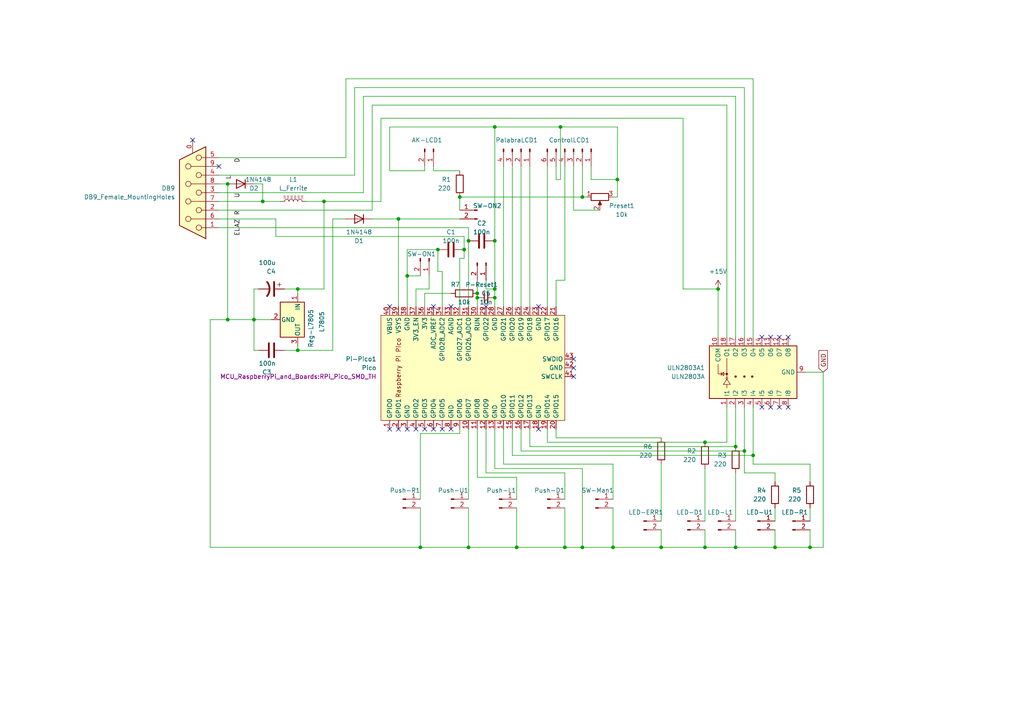
<source format=kicad_sch>
(kicad_sch (version 20211123) (generator eeschema)

  (uuid a53604ad-e92e-4727-874a-fb47cc3f3eb2)

  (paper "A4")

  (lib_symbols
    (symbol "Connector:Conn_01x02_Male" (pin_names (offset 1.016) hide) (in_bom yes) (on_board yes)
      (property "Reference" "J" (id 0) (at 0 2.54 0)
        (effects (font (size 1.27 1.27)))
      )
      (property "Value" "Conn_01x02_Male" (id 1) (at 0 -5.08 0)
        (effects (font (size 1.27 1.27)))
      )
      (property "Footprint" "" (id 2) (at 0 0 0)
        (effects (font (size 1.27 1.27)) hide)
      )
      (property "Datasheet" "~" (id 3) (at 0 0 0)
        (effects (font (size 1.27 1.27)) hide)
      )
      (property "ki_keywords" "connector" (id 4) (at 0 0 0)
        (effects (font (size 1.27 1.27)) hide)
      )
      (property "ki_description" "Generic connector, single row, 01x02, script generated (kicad-library-utils/schlib/autogen/connector/)" (id 5) (at 0 0 0)
        (effects (font (size 1.27 1.27)) hide)
      )
      (property "ki_fp_filters" "Connector*:*_1x??_*" (id 6) (at 0 0 0)
        (effects (font (size 1.27 1.27)) hide)
      )
      (symbol "Conn_01x02_Male_1_1"
        (polyline
          (pts
            (xy 1.27 -2.54)
            (xy 0.8636 -2.54)
          )
          (stroke (width 0.1524) (type default) (color 0 0 0 0))
          (fill (type none))
        )
        (polyline
          (pts
            (xy 1.27 0)
            (xy 0.8636 0)
          )
          (stroke (width 0.1524) (type default) (color 0 0 0 0))
          (fill (type none))
        )
        (rectangle (start 0.8636 -2.413) (end 0 -2.667)
          (stroke (width 0.1524) (type default) (color 0 0 0 0))
          (fill (type outline))
        )
        (rectangle (start 0.8636 0.127) (end 0 -0.127)
          (stroke (width 0.1524) (type default) (color 0 0 0 0))
          (fill (type outline))
        )
        (pin passive line (at 5.08 0 180) (length 3.81)
          (name "Pin_1" (effects (font (size 1.27 1.27))))
          (number "1" (effects (font (size 1.27 1.27))))
        )
        (pin passive line (at 5.08 -2.54 180) (length 3.81)
          (name "Pin_2" (effects (font (size 1.27 1.27))))
          (number "2" (effects (font (size 1.27 1.27))))
        )
      )
    )
    (symbol "Connector:Conn_01x04_Male" (pin_names (offset 1.016) hide) (in_bom yes) (on_board yes)
      (property "Reference" "J" (id 0) (at 0 5.08 0)
        (effects (font (size 1.27 1.27)))
      )
      (property "Value" "Conn_01x04_Male" (id 1) (at 0 -7.62 0)
        (effects (font (size 1.27 1.27)))
      )
      (property "Footprint" "" (id 2) (at 0 0 0)
        (effects (font (size 1.27 1.27)) hide)
      )
      (property "Datasheet" "~" (id 3) (at 0 0 0)
        (effects (font (size 1.27 1.27)) hide)
      )
      (property "ki_keywords" "connector" (id 4) (at 0 0 0)
        (effects (font (size 1.27 1.27)) hide)
      )
      (property "ki_description" "Generic connector, single row, 01x04, script generated (kicad-library-utils/schlib/autogen/connector/)" (id 5) (at 0 0 0)
        (effects (font (size 1.27 1.27)) hide)
      )
      (property "ki_fp_filters" "Connector*:*_1x??_*" (id 6) (at 0 0 0)
        (effects (font (size 1.27 1.27)) hide)
      )
      (symbol "Conn_01x04_Male_1_1"
        (polyline
          (pts
            (xy 1.27 -5.08)
            (xy 0.8636 -5.08)
          )
          (stroke (width 0.1524) (type default) (color 0 0 0 0))
          (fill (type none))
        )
        (polyline
          (pts
            (xy 1.27 -2.54)
            (xy 0.8636 -2.54)
          )
          (stroke (width 0.1524) (type default) (color 0 0 0 0))
          (fill (type none))
        )
        (polyline
          (pts
            (xy 1.27 0)
            (xy 0.8636 0)
          )
          (stroke (width 0.1524) (type default) (color 0 0 0 0))
          (fill (type none))
        )
        (polyline
          (pts
            (xy 1.27 2.54)
            (xy 0.8636 2.54)
          )
          (stroke (width 0.1524) (type default) (color 0 0 0 0))
          (fill (type none))
        )
        (rectangle (start 0.8636 -4.953) (end 0 -5.207)
          (stroke (width 0.1524) (type default) (color 0 0 0 0))
          (fill (type outline))
        )
        (rectangle (start 0.8636 -2.413) (end 0 -2.667)
          (stroke (width 0.1524) (type default) (color 0 0 0 0))
          (fill (type outline))
        )
        (rectangle (start 0.8636 0.127) (end 0 -0.127)
          (stroke (width 0.1524) (type default) (color 0 0 0 0))
          (fill (type outline))
        )
        (rectangle (start 0.8636 2.667) (end 0 2.413)
          (stroke (width 0.1524) (type default) (color 0 0 0 0))
          (fill (type outline))
        )
        (pin passive line (at 5.08 2.54 180) (length 3.81)
          (name "Pin_1" (effects (font (size 1.27 1.27))))
          (number "1" (effects (font (size 1.27 1.27))))
        )
        (pin passive line (at 5.08 0 180) (length 3.81)
          (name "Pin_2" (effects (font (size 1.27 1.27))))
          (number "2" (effects (font (size 1.27 1.27))))
        )
        (pin passive line (at 5.08 -2.54 180) (length 3.81)
          (name "Pin_3" (effects (font (size 1.27 1.27))))
          (number "3" (effects (font (size 1.27 1.27))))
        )
        (pin passive line (at 5.08 -5.08 180) (length 3.81)
          (name "Pin_4" (effects (font (size 1.27 1.27))))
          (number "4" (effects (font (size 1.27 1.27))))
        )
      )
    )
    (symbol "Connector:Conn_01x06_Male" (pin_names (offset 1.016) hide) (in_bom yes) (on_board yes)
      (property "Reference" "J" (id 0) (at 0 7.62 0)
        (effects (font (size 1.27 1.27)))
      )
      (property "Value" "Conn_01x06_Male" (id 1) (at 0 -10.16 0)
        (effects (font (size 1.27 1.27)))
      )
      (property "Footprint" "" (id 2) (at 0 0 0)
        (effects (font (size 1.27 1.27)) hide)
      )
      (property "Datasheet" "~" (id 3) (at 0 0 0)
        (effects (font (size 1.27 1.27)) hide)
      )
      (property "ki_keywords" "connector" (id 4) (at 0 0 0)
        (effects (font (size 1.27 1.27)) hide)
      )
      (property "ki_description" "Generic connector, single row, 01x06, script generated (kicad-library-utils/schlib/autogen/connector/)" (id 5) (at 0 0 0)
        (effects (font (size 1.27 1.27)) hide)
      )
      (property "ki_fp_filters" "Connector*:*_1x??_*" (id 6) (at 0 0 0)
        (effects (font (size 1.27 1.27)) hide)
      )
      (symbol "Conn_01x06_Male_1_1"
        (polyline
          (pts
            (xy 1.27 -7.62)
            (xy 0.8636 -7.62)
          )
          (stroke (width 0.1524) (type default) (color 0 0 0 0))
          (fill (type none))
        )
        (polyline
          (pts
            (xy 1.27 -5.08)
            (xy 0.8636 -5.08)
          )
          (stroke (width 0.1524) (type default) (color 0 0 0 0))
          (fill (type none))
        )
        (polyline
          (pts
            (xy 1.27 -2.54)
            (xy 0.8636 -2.54)
          )
          (stroke (width 0.1524) (type default) (color 0 0 0 0))
          (fill (type none))
        )
        (polyline
          (pts
            (xy 1.27 0)
            (xy 0.8636 0)
          )
          (stroke (width 0.1524) (type default) (color 0 0 0 0))
          (fill (type none))
        )
        (polyline
          (pts
            (xy 1.27 2.54)
            (xy 0.8636 2.54)
          )
          (stroke (width 0.1524) (type default) (color 0 0 0 0))
          (fill (type none))
        )
        (polyline
          (pts
            (xy 1.27 5.08)
            (xy 0.8636 5.08)
          )
          (stroke (width 0.1524) (type default) (color 0 0 0 0))
          (fill (type none))
        )
        (rectangle (start 0.8636 -7.493) (end 0 -7.747)
          (stroke (width 0.1524) (type default) (color 0 0 0 0))
          (fill (type outline))
        )
        (rectangle (start 0.8636 -4.953) (end 0 -5.207)
          (stroke (width 0.1524) (type default) (color 0 0 0 0))
          (fill (type outline))
        )
        (rectangle (start 0.8636 -2.413) (end 0 -2.667)
          (stroke (width 0.1524) (type default) (color 0 0 0 0))
          (fill (type outline))
        )
        (rectangle (start 0.8636 0.127) (end 0 -0.127)
          (stroke (width 0.1524) (type default) (color 0 0 0 0))
          (fill (type outline))
        )
        (rectangle (start 0.8636 2.667) (end 0 2.413)
          (stroke (width 0.1524) (type default) (color 0 0 0 0))
          (fill (type outline))
        )
        (rectangle (start 0.8636 5.207) (end 0 4.953)
          (stroke (width 0.1524) (type default) (color 0 0 0 0))
          (fill (type outline))
        )
        (pin passive line (at 5.08 5.08 180) (length 3.81)
          (name "Pin_1" (effects (font (size 1.27 1.27))))
          (number "1" (effects (font (size 1.27 1.27))))
        )
        (pin passive line (at 5.08 2.54 180) (length 3.81)
          (name "Pin_2" (effects (font (size 1.27 1.27))))
          (number "2" (effects (font (size 1.27 1.27))))
        )
        (pin passive line (at 5.08 0 180) (length 3.81)
          (name "Pin_3" (effects (font (size 1.27 1.27))))
          (number "3" (effects (font (size 1.27 1.27))))
        )
        (pin passive line (at 5.08 -2.54 180) (length 3.81)
          (name "Pin_4" (effects (font (size 1.27 1.27))))
          (number "4" (effects (font (size 1.27 1.27))))
        )
        (pin passive line (at 5.08 -5.08 180) (length 3.81)
          (name "Pin_5" (effects (font (size 1.27 1.27))))
          (number "5" (effects (font (size 1.27 1.27))))
        )
        (pin passive line (at 5.08 -7.62 180) (length 3.81)
          (name "Pin_6" (effects (font (size 1.27 1.27))))
          (number "6" (effects (font (size 1.27 1.27))))
        )
      )
    )
    (symbol "Connector:DB9_Female_MountingHoles" (pin_names (offset 1.016) hide) (in_bom yes) (on_board yes)
      (property "Reference" "J" (id 0) (at 0 16.51 0)
        (effects (font (size 1.27 1.27)))
      )
      (property "Value" "DB9_Female_MountingHoles" (id 1) (at 0 14.605 0)
        (effects (font (size 1.27 1.27)))
      )
      (property "Footprint" "" (id 2) (at 0 0 0)
        (effects (font (size 1.27 1.27)) hide)
      )
      (property "Datasheet" " ~" (id 3) (at 0 0 0)
        (effects (font (size 1.27 1.27)) hide)
      )
      (property "ki_keywords" "connector female D-SUB" (id 4) (at 0 0 0)
        (effects (font (size 1.27 1.27)) hide)
      )
      (property "ki_description" "9-pin female D-SUB connector, Mounting Hole" (id 5) (at 0 0 0)
        (effects (font (size 1.27 1.27)) hide)
      )
      (property "ki_fp_filters" "DSUB*Female*" (id 6) (at 0 0 0)
        (effects (font (size 1.27 1.27)) hide)
      )
      (symbol "DB9_Female_MountingHoles_0_1"
        (circle (center -1.778 -10.16) (radius 0.762)
          (stroke (width 0) (type default) (color 0 0 0 0))
          (fill (type none))
        )
        (circle (center -1.778 -5.08) (radius 0.762)
          (stroke (width 0) (type default) (color 0 0 0 0))
          (fill (type none))
        )
        (circle (center -1.778 0) (radius 0.762)
          (stroke (width 0) (type default) (color 0 0 0 0))
          (fill (type none))
        )
        (circle (center -1.778 5.08) (radius 0.762)
          (stroke (width 0) (type default) (color 0 0 0 0))
          (fill (type none))
        )
        (circle (center -1.778 10.16) (radius 0.762)
          (stroke (width 0) (type default) (color 0 0 0 0))
          (fill (type none))
        )
        (polyline
          (pts
            (xy -3.81 -10.16)
            (xy -2.54 -10.16)
          )
          (stroke (width 0) (type default) (color 0 0 0 0))
          (fill (type none))
        )
        (polyline
          (pts
            (xy -3.81 -7.62)
            (xy 0.508 -7.62)
          )
          (stroke (width 0) (type default) (color 0 0 0 0))
          (fill (type none))
        )
        (polyline
          (pts
            (xy -3.81 -5.08)
            (xy -2.54 -5.08)
          )
          (stroke (width 0) (type default) (color 0 0 0 0))
          (fill (type none))
        )
        (polyline
          (pts
            (xy -3.81 -2.54)
            (xy 0.508 -2.54)
          )
          (stroke (width 0) (type default) (color 0 0 0 0))
          (fill (type none))
        )
        (polyline
          (pts
            (xy -3.81 0)
            (xy -2.54 0)
          )
          (stroke (width 0) (type default) (color 0 0 0 0))
          (fill (type none))
        )
        (polyline
          (pts
            (xy -3.81 2.54)
            (xy 0.508 2.54)
          )
          (stroke (width 0) (type default) (color 0 0 0 0))
          (fill (type none))
        )
        (polyline
          (pts
            (xy -3.81 5.08)
            (xy -2.54 5.08)
          )
          (stroke (width 0) (type default) (color 0 0 0 0))
          (fill (type none))
        )
        (polyline
          (pts
            (xy -3.81 7.62)
            (xy 0.508 7.62)
          )
          (stroke (width 0) (type default) (color 0 0 0 0))
          (fill (type none))
        )
        (polyline
          (pts
            (xy -3.81 10.16)
            (xy -2.54 10.16)
          )
          (stroke (width 0) (type default) (color 0 0 0 0))
          (fill (type none))
        )
        (polyline
          (pts
            (xy -3.81 13.335)
            (xy -3.81 -13.335)
            (xy 3.81 -9.525)
            (xy 3.81 9.525)
            (xy -3.81 13.335)
          )
          (stroke (width 0.254) (type default) (color 0 0 0 0))
          (fill (type background))
        )
        (circle (center 1.27 -7.62) (radius 0.762)
          (stroke (width 0) (type default) (color 0 0 0 0))
          (fill (type none))
        )
        (circle (center 1.27 -2.54) (radius 0.762)
          (stroke (width 0) (type default) (color 0 0 0 0))
          (fill (type none))
        )
        (circle (center 1.27 2.54) (radius 0.762)
          (stroke (width 0) (type default) (color 0 0 0 0))
          (fill (type none))
        )
        (circle (center 1.27 7.62) (radius 0.762)
          (stroke (width 0) (type default) (color 0 0 0 0))
          (fill (type none))
        )
      )
      (symbol "DB9_Female_MountingHoles_1_1"
        (pin passive line (at 0 -15.24 90) (length 3.81)
          (name "PAD" (effects (font (size 1.27 1.27))))
          (number "0" (effects (font (size 1.27 1.27))))
        )
        (pin passive line (at -7.62 10.16 0) (length 3.81)
          (name "1" (effects (font (size 1.27 1.27))))
          (number "1" (effects (font (size 1.27 1.27))))
        )
        (pin passive line (at -7.62 5.08 0) (length 3.81)
          (name "2" (effects (font (size 1.27 1.27))))
          (number "2" (effects (font (size 1.27 1.27))))
        )
        (pin passive line (at -7.62 0 0) (length 3.81)
          (name "3" (effects (font (size 1.27 1.27))))
          (number "3" (effects (font (size 1.27 1.27))))
        )
        (pin passive line (at -7.62 -5.08 0) (length 3.81)
          (name "4" (effects (font (size 1.27 1.27))))
          (number "4" (effects (font (size 1.27 1.27))))
        )
        (pin passive line (at -7.62 -10.16 0) (length 3.81)
          (name "5" (effects (font (size 1.27 1.27))))
          (number "5" (effects (font (size 1.27 1.27))))
        )
        (pin passive line (at -7.62 7.62 0) (length 3.81)
          (name "6" (effects (font (size 1.27 1.27))))
          (number "6" (effects (font (size 1.27 1.27))))
        )
        (pin passive line (at -7.62 2.54 0) (length 3.81)
          (name "7" (effects (font (size 1.27 1.27))))
          (number "7" (effects (font (size 1.27 1.27))))
        )
        (pin passive line (at -7.62 -2.54 0) (length 3.81)
          (name "8" (effects (font (size 1.27 1.27))))
          (number "8" (effects (font (size 1.27 1.27))))
        )
        (pin passive line (at -7.62 -7.62 0) (length 3.81)
          (name "9" (effects (font (size 1.27 1.27))))
          (number "9" (effects (font (size 1.27 1.27))))
        )
      )
    )
    (symbol "Device:C" (pin_numbers hide) (pin_names (offset 0.254)) (in_bom yes) (on_board yes)
      (property "Reference" "C" (id 0) (at 0.635 2.54 0)
        (effects (font (size 1.27 1.27)) (justify left))
      )
      (property "Value" "C" (id 1) (at 0.635 -2.54 0)
        (effects (font (size 1.27 1.27)) (justify left))
      )
      (property "Footprint" "" (id 2) (at 0.9652 -3.81 0)
        (effects (font (size 1.27 1.27)) hide)
      )
      (property "Datasheet" "~" (id 3) (at 0 0 0)
        (effects (font (size 1.27 1.27)) hide)
      )
      (property "ki_keywords" "cap capacitor" (id 4) (at 0 0 0)
        (effects (font (size 1.27 1.27)) hide)
      )
      (property "ki_description" "Unpolarized capacitor" (id 5) (at 0 0 0)
        (effects (font (size 1.27 1.27)) hide)
      )
      (property "ki_fp_filters" "C_*" (id 6) (at 0 0 0)
        (effects (font (size 1.27 1.27)) hide)
      )
      (symbol "C_0_1"
        (polyline
          (pts
            (xy -2.032 -0.762)
            (xy 2.032 -0.762)
          )
          (stroke (width 0.508) (type default) (color 0 0 0 0))
          (fill (type none))
        )
        (polyline
          (pts
            (xy -2.032 0.762)
            (xy 2.032 0.762)
          )
          (stroke (width 0.508) (type default) (color 0 0 0 0))
          (fill (type none))
        )
      )
      (symbol "C_1_1"
        (pin passive line (at 0 3.81 270) (length 2.794)
          (name "~" (effects (font (size 1.27 1.27))))
          (number "1" (effects (font (size 1.27 1.27))))
        )
        (pin passive line (at 0 -3.81 90) (length 2.794)
          (name "~" (effects (font (size 1.27 1.27))))
          (number "2" (effects (font (size 1.27 1.27))))
        )
      )
    )
    (symbol "Device:C_Polarized_US" (pin_numbers hide) (pin_names (offset 0.254) hide) (in_bom yes) (on_board yes)
      (property "Reference" "C" (id 0) (at 0.635 2.54 0)
        (effects (font (size 1.27 1.27)) (justify left))
      )
      (property "Value" "C_Polarized_US" (id 1) (at 0.635 -2.54 0)
        (effects (font (size 1.27 1.27)) (justify left))
      )
      (property "Footprint" "" (id 2) (at 0 0 0)
        (effects (font (size 1.27 1.27)) hide)
      )
      (property "Datasheet" "~" (id 3) (at 0 0 0)
        (effects (font (size 1.27 1.27)) hide)
      )
      (property "ki_keywords" "cap capacitor" (id 4) (at 0 0 0)
        (effects (font (size 1.27 1.27)) hide)
      )
      (property "ki_description" "Polarized capacitor, US symbol" (id 5) (at 0 0 0)
        (effects (font (size 1.27 1.27)) hide)
      )
      (property "ki_fp_filters" "CP_*" (id 6) (at 0 0 0)
        (effects (font (size 1.27 1.27)) hide)
      )
      (symbol "C_Polarized_US_0_1"
        (polyline
          (pts
            (xy -2.032 0.762)
            (xy 2.032 0.762)
          )
          (stroke (width 0.508) (type default) (color 0 0 0 0))
          (fill (type none))
        )
        (polyline
          (pts
            (xy -1.778 2.286)
            (xy -0.762 2.286)
          )
          (stroke (width 0) (type default) (color 0 0 0 0))
          (fill (type none))
        )
        (polyline
          (pts
            (xy -1.27 1.778)
            (xy -1.27 2.794)
          )
          (stroke (width 0) (type default) (color 0 0 0 0))
          (fill (type none))
        )
        (arc (start 2.032 -1.27) (mid 0 -0.5572) (end -2.032 -1.27)
          (stroke (width 0.508) (type default) (color 0 0 0 0))
          (fill (type none))
        )
      )
      (symbol "C_Polarized_US_1_1"
        (pin passive line (at 0 3.81 270) (length 2.794)
          (name "~" (effects (font (size 1.27 1.27))))
          (number "1" (effects (font (size 1.27 1.27))))
        )
        (pin passive line (at 0 -3.81 90) (length 3.302)
          (name "~" (effects (font (size 1.27 1.27))))
          (number "2" (effects (font (size 1.27 1.27))))
        )
      )
    )
    (symbol "Device:C_Small" (pin_numbers hide) (pin_names (offset 0.254) hide) (in_bom yes) (on_board yes)
      (property "Reference" "C" (id 0) (at 0.254 1.778 0)
        (effects (font (size 1.27 1.27)) (justify left))
      )
      (property "Value" "C_Small" (id 1) (at 0.254 -2.032 0)
        (effects (font (size 1.27 1.27)) (justify left))
      )
      (property "Footprint" "" (id 2) (at 0 0 0)
        (effects (font (size 1.27 1.27)) hide)
      )
      (property "Datasheet" "~" (id 3) (at 0 0 0)
        (effects (font (size 1.27 1.27)) hide)
      )
      (property "ki_keywords" "capacitor cap" (id 4) (at 0 0 0)
        (effects (font (size 1.27 1.27)) hide)
      )
      (property "ki_description" "Unpolarized capacitor, small symbol" (id 5) (at 0 0 0)
        (effects (font (size 1.27 1.27)) hide)
      )
      (property "ki_fp_filters" "C_*" (id 6) (at 0 0 0)
        (effects (font (size 1.27 1.27)) hide)
      )
      (symbol "C_Small_0_1"
        (polyline
          (pts
            (xy -1.524 -0.508)
            (xy 1.524 -0.508)
          )
          (stroke (width 0.3302) (type default) (color 0 0 0 0))
          (fill (type none))
        )
        (polyline
          (pts
            (xy -1.524 0.508)
            (xy 1.524 0.508)
          )
          (stroke (width 0.3048) (type default) (color 0 0 0 0))
          (fill (type none))
        )
      )
      (symbol "C_Small_1_1"
        (pin passive line (at 0 2.54 270) (length 2.032)
          (name "~" (effects (font (size 1.27 1.27))))
          (number "1" (effects (font (size 1.27 1.27))))
        )
        (pin passive line (at 0 -2.54 90) (length 2.032)
          (name "~" (effects (font (size 1.27 1.27))))
          (number "2" (effects (font (size 1.27 1.27))))
        )
      )
    )
    (symbol "Device:L_Ferrite" (pin_numbers hide) (pin_names (offset 1.016) hide) (in_bom yes) (on_board yes)
      (property "Reference" "L" (id 0) (at -1.27 0 90)
        (effects (font (size 1.27 1.27)))
      )
      (property "Value" "L_Ferrite" (id 1) (at 2.794 0 90)
        (effects (font (size 1.27 1.27)))
      )
      (property "Footprint" "" (id 2) (at 0 0 0)
        (effects (font (size 1.27 1.27)) hide)
      )
      (property "Datasheet" "~" (id 3) (at 0 0 0)
        (effects (font (size 1.27 1.27)) hide)
      )
      (property "ki_keywords" "inductor choke coil reactor magnetic" (id 4) (at 0 0 0)
        (effects (font (size 1.27 1.27)) hide)
      )
      (property "ki_description" "Inductor with ferrite core" (id 5) (at 0 0 0)
        (effects (font (size 1.27 1.27)) hide)
      )
      (property "ki_fp_filters" "Choke_* *Coil* Inductor_* L_*" (id 6) (at 0 0 0)
        (effects (font (size 1.27 1.27)) hide)
      )
      (symbol "L_Ferrite_0_1"
        (arc (start 0 -2.54) (mid 0.635 -1.905) (end 0 -1.27)
          (stroke (width 0) (type default) (color 0 0 0 0))
          (fill (type none))
        )
        (arc (start 0 -1.27) (mid 0.635 -0.635) (end 0 0)
          (stroke (width 0) (type default) (color 0 0 0 0))
          (fill (type none))
        )
        (polyline
          (pts
            (xy 1.016 -2.794)
            (xy 1.016 -2.286)
          )
          (stroke (width 0) (type default) (color 0 0 0 0))
          (fill (type none))
        )
        (polyline
          (pts
            (xy 1.016 -1.778)
            (xy 1.016 -1.27)
          )
          (stroke (width 0) (type default) (color 0 0 0 0))
          (fill (type none))
        )
        (polyline
          (pts
            (xy 1.016 -0.762)
            (xy 1.016 -0.254)
          )
          (stroke (width 0) (type default) (color 0 0 0 0))
          (fill (type none))
        )
        (polyline
          (pts
            (xy 1.016 0.254)
            (xy 1.016 0.762)
          )
          (stroke (width 0) (type default) (color 0 0 0 0))
          (fill (type none))
        )
        (polyline
          (pts
            (xy 1.016 1.27)
            (xy 1.016 1.778)
          )
          (stroke (width 0) (type default) (color 0 0 0 0))
          (fill (type none))
        )
        (polyline
          (pts
            (xy 1.016 2.286)
            (xy 1.016 2.794)
          )
          (stroke (width 0) (type default) (color 0 0 0 0))
          (fill (type none))
        )
        (polyline
          (pts
            (xy 1.524 -2.286)
            (xy 1.524 -2.794)
          )
          (stroke (width 0) (type default) (color 0 0 0 0))
          (fill (type none))
        )
        (polyline
          (pts
            (xy 1.524 -1.27)
            (xy 1.524 -1.778)
          )
          (stroke (width 0) (type default) (color 0 0 0 0))
          (fill (type none))
        )
        (polyline
          (pts
            (xy 1.524 -0.254)
            (xy 1.524 -0.762)
          )
          (stroke (width 0) (type default) (color 0 0 0 0))
          (fill (type none))
        )
        (polyline
          (pts
            (xy 1.524 0.762)
            (xy 1.524 0.254)
          )
          (stroke (width 0) (type default) (color 0 0 0 0))
          (fill (type none))
        )
        (polyline
          (pts
            (xy 1.524 1.778)
            (xy 1.524 1.27)
          )
          (stroke (width 0) (type default) (color 0 0 0 0))
          (fill (type none))
        )
        (polyline
          (pts
            (xy 1.524 2.794)
            (xy 1.524 2.286)
          )
          (stroke (width 0) (type default) (color 0 0 0 0))
          (fill (type none))
        )
        (arc (start 0 0) (mid 0.635 0.635) (end 0 1.27)
          (stroke (width 0) (type default) (color 0 0 0 0))
          (fill (type none))
        )
        (arc (start 0 1.27) (mid 0.635 1.905) (end 0 2.54)
          (stroke (width 0) (type default) (color 0 0 0 0))
          (fill (type none))
        )
      )
      (symbol "L_Ferrite_1_1"
        (pin passive line (at 0 3.81 270) (length 1.27)
          (name "1" (effects (font (size 1.27 1.27))))
          (number "1" (effects (font (size 1.27 1.27))))
        )
        (pin passive line (at 0 -3.81 90) (length 1.27)
          (name "2" (effects (font (size 1.27 1.27))))
          (number "2" (effects (font (size 1.27 1.27))))
        )
      )
    )
    (symbol "Device:R" (pin_numbers hide) (pin_names (offset 0)) (in_bom yes) (on_board yes)
      (property "Reference" "R" (id 0) (at 2.032 0 90)
        (effects (font (size 1.27 1.27)))
      )
      (property "Value" "R" (id 1) (at 0 0 90)
        (effects (font (size 1.27 1.27)))
      )
      (property "Footprint" "" (id 2) (at -1.778 0 90)
        (effects (font (size 1.27 1.27)) hide)
      )
      (property "Datasheet" "~" (id 3) (at 0 0 0)
        (effects (font (size 1.27 1.27)) hide)
      )
      (property "ki_keywords" "R res resistor" (id 4) (at 0 0 0)
        (effects (font (size 1.27 1.27)) hide)
      )
      (property "ki_description" "Resistor" (id 5) (at 0 0 0)
        (effects (font (size 1.27 1.27)) hide)
      )
      (property "ki_fp_filters" "R_*" (id 6) (at 0 0 0)
        (effects (font (size 1.27 1.27)) hide)
      )
      (symbol "R_0_1"
        (rectangle (start -1.016 -2.54) (end 1.016 2.54)
          (stroke (width 0.254) (type default) (color 0 0 0 0))
          (fill (type none))
        )
      )
      (symbol "R_1_1"
        (pin passive line (at 0 3.81 270) (length 1.27)
          (name "~" (effects (font (size 1.27 1.27))))
          (number "1" (effects (font (size 1.27 1.27))))
        )
        (pin passive line (at 0 -3.81 90) (length 1.27)
          (name "~" (effects (font (size 1.27 1.27))))
          (number "2" (effects (font (size 1.27 1.27))))
        )
      )
    )
    (symbol "Device:R_Potentiometer" (pin_names (offset 1.016) hide) (in_bom yes) (on_board yes)
      (property "Reference" "RV" (id 0) (at -4.445 0 90)
        (effects (font (size 1.27 1.27)))
      )
      (property "Value" "R_Potentiometer" (id 1) (at -2.54 0 90)
        (effects (font (size 1.27 1.27)))
      )
      (property "Footprint" "" (id 2) (at 0 0 0)
        (effects (font (size 1.27 1.27)) hide)
      )
      (property "Datasheet" "~" (id 3) (at 0 0 0)
        (effects (font (size 1.27 1.27)) hide)
      )
      (property "ki_keywords" "resistor variable" (id 4) (at 0 0 0)
        (effects (font (size 1.27 1.27)) hide)
      )
      (property "ki_description" "Potentiometer" (id 5) (at 0 0 0)
        (effects (font (size 1.27 1.27)) hide)
      )
      (property "ki_fp_filters" "Potentiometer*" (id 6) (at 0 0 0)
        (effects (font (size 1.27 1.27)) hide)
      )
      (symbol "R_Potentiometer_0_1"
        (polyline
          (pts
            (xy 2.54 0)
            (xy 1.524 0)
          )
          (stroke (width 0) (type default) (color 0 0 0 0))
          (fill (type none))
        )
        (polyline
          (pts
            (xy 1.143 0)
            (xy 2.286 0.508)
            (xy 2.286 -0.508)
            (xy 1.143 0)
          )
          (stroke (width 0) (type default) (color 0 0 0 0))
          (fill (type outline))
        )
        (rectangle (start 1.016 2.54) (end -1.016 -2.54)
          (stroke (width 0.254) (type default) (color 0 0 0 0))
          (fill (type none))
        )
      )
      (symbol "R_Potentiometer_1_1"
        (pin passive line (at 0 3.81 270) (length 1.27)
          (name "1" (effects (font (size 1.27 1.27))))
          (number "1" (effects (font (size 1.27 1.27))))
        )
        (pin passive line (at 3.81 0 180) (length 1.27)
          (name "2" (effects (font (size 1.27 1.27))))
          (number "2" (effects (font (size 1.27 1.27))))
        )
        (pin passive line (at 0 -3.81 90) (length 1.27)
          (name "3" (effects (font (size 1.27 1.27))))
          (number "3" (effects (font (size 1.27 1.27))))
        )
      )
    )
    (symbol "Diode:1N4148" (pin_numbers hide) (pin_names hide) (in_bom yes) (on_board yes)
      (property "Reference" "D" (id 0) (at 0 2.54 0)
        (effects (font (size 1.27 1.27)))
      )
      (property "Value" "1N4148" (id 1) (at 0 -2.54 0)
        (effects (font (size 1.27 1.27)))
      )
      (property "Footprint" "Diode_THT:D_DO-35_SOD27_P7.62mm_Horizontal" (id 2) (at 0 0 0)
        (effects (font (size 1.27 1.27)) hide)
      )
      (property "Datasheet" "https://assets.nexperia.com/documents/data-sheet/1N4148_1N4448.pdf" (id 3) (at 0 0 0)
        (effects (font (size 1.27 1.27)) hide)
      )
      (property "ki_keywords" "diode" (id 4) (at 0 0 0)
        (effects (font (size 1.27 1.27)) hide)
      )
      (property "ki_description" "100V 0.15A standard switching diode, DO-35" (id 5) (at 0 0 0)
        (effects (font (size 1.27 1.27)) hide)
      )
      (property "ki_fp_filters" "D*DO?35*" (id 6) (at 0 0 0)
        (effects (font (size 1.27 1.27)) hide)
      )
      (symbol "1N4148_0_1"
        (polyline
          (pts
            (xy -1.27 1.27)
            (xy -1.27 -1.27)
          )
          (stroke (width 0.254) (type default) (color 0 0 0 0))
          (fill (type none))
        )
        (polyline
          (pts
            (xy 1.27 0)
            (xy -1.27 0)
          )
          (stroke (width 0) (type default) (color 0 0 0 0))
          (fill (type none))
        )
        (polyline
          (pts
            (xy 1.27 1.27)
            (xy 1.27 -1.27)
            (xy -1.27 0)
            (xy 1.27 1.27)
          )
          (stroke (width 0.254) (type default) (color 0 0 0 0))
          (fill (type none))
        )
      )
      (symbol "1N4148_1_1"
        (pin passive line (at -3.81 0 0) (length 2.54)
          (name "K" (effects (font (size 1.27 1.27))))
          (number "1" (effects (font (size 1.27 1.27))))
        )
        (pin passive line (at 3.81 0 180) (length 2.54)
          (name "A" (effects (font (size 1.27 1.27))))
          (number "2" (effects (font (size 1.27 1.27))))
        )
      )
    )
    (symbol "MCU_RaspberryPi_and_Boards:Pico" (in_bom yes) (on_board yes)
      (property "Reference" "U" (id 0) (at -13.97 27.94 0)
        (effects (font (size 1.27 1.27)))
      )
      (property "Value" "Pico" (id 1) (at 0 19.05 0)
        (effects (font (size 1.27 1.27)))
      )
      (property "Footprint" "RPi_Pico:RPi_Pico_SMD_TH" (id 2) (at 0 0 90)
        (effects (font (size 1.27 1.27)) hide)
      )
      (property "Datasheet" "" (id 3) (at 0 0 0)
        (effects (font (size 1.27 1.27)) hide)
      )
      (symbol "Pico_0_0"
        (text "Raspberry Pi Pico" (at 0 21.59 0)
          (effects (font (size 1.27 1.27)))
        )
      )
      (symbol "Pico_0_1"
        (rectangle (start -15.24 26.67) (end 15.24 -26.67)
          (stroke (width 0) (type default) (color 0 0 0 0))
          (fill (type background))
        )
      )
      (symbol "Pico_1_1"
        (pin bidirectional line (at -17.78 24.13 0) (length 2.54)
          (name "GPIO0" (effects (font (size 1.27 1.27))))
          (number "1" (effects (font (size 1.27 1.27))))
        )
        (pin bidirectional line (at -17.78 1.27 0) (length 2.54)
          (name "GPIO7" (effects (font (size 1.27 1.27))))
          (number "10" (effects (font (size 1.27 1.27))))
        )
        (pin bidirectional line (at -17.78 -1.27 0) (length 2.54)
          (name "GPIO8" (effects (font (size 1.27 1.27))))
          (number "11" (effects (font (size 1.27 1.27))))
        )
        (pin bidirectional line (at -17.78 -3.81 0) (length 2.54)
          (name "GPIO9" (effects (font (size 1.27 1.27))))
          (number "12" (effects (font (size 1.27 1.27))))
        )
        (pin power_in line (at -17.78 -6.35 0) (length 2.54)
          (name "GND" (effects (font (size 1.27 1.27))))
          (number "13" (effects (font (size 1.27 1.27))))
        )
        (pin bidirectional line (at -17.78 -8.89 0) (length 2.54)
          (name "GPIO10" (effects (font (size 1.27 1.27))))
          (number "14" (effects (font (size 1.27 1.27))))
        )
        (pin bidirectional line (at -17.78 -11.43 0) (length 2.54)
          (name "GPIO11" (effects (font (size 1.27 1.27))))
          (number "15" (effects (font (size 1.27 1.27))))
        )
        (pin bidirectional line (at -17.78 -13.97 0) (length 2.54)
          (name "GPIO12" (effects (font (size 1.27 1.27))))
          (number "16" (effects (font (size 1.27 1.27))))
        )
        (pin bidirectional line (at -17.78 -16.51 0) (length 2.54)
          (name "GPIO13" (effects (font (size 1.27 1.27))))
          (number "17" (effects (font (size 1.27 1.27))))
        )
        (pin power_in line (at -17.78 -19.05 0) (length 2.54)
          (name "GND" (effects (font (size 1.27 1.27))))
          (number "18" (effects (font (size 1.27 1.27))))
        )
        (pin bidirectional line (at -17.78 -21.59 0) (length 2.54)
          (name "GPIO14" (effects (font (size 1.27 1.27))))
          (number "19" (effects (font (size 1.27 1.27))))
        )
        (pin bidirectional line (at -17.78 21.59 0) (length 2.54)
          (name "GPIO1" (effects (font (size 1.27 1.27))))
          (number "2" (effects (font (size 1.27 1.27))))
        )
        (pin bidirectional line (at -17.78 -24.13 0) (length 2.54)
          (name "GPIO15" (effects (font (size 1.27 1.27))))
          (number "20" (effects (font (size 1.27 1.27))))
        )
        (pin bidirectional line (at 17.78 -24.13 180) (length 2.54)
          (name "GPIO16" (effects (font (size 1.27 1.27))))
          (number "21" (effects (font (size 1.27 1.27))))
        )
        (pin bidirectional line (at 17.78 -21.59 180) (length 2.54)
          (name "GPIO17" (effects (font (size 1.27 1.27))))
          (number "22" (effects (font (size 1.27 1.27))))
        )
        (pin power_in line (at 17.78 -19.05 180) (length 2.54)
          (name "GND" (effects (font (size 1.27 1.27))))
          (number "23" (effects (font (size 1.27 1.27))))
        )
        (pin bidirectional line (at 17.78 -16.51 180) (length 2.54)
          (name "GPIO18" (effects (font (size 1.27 1.27))))
          (number "24" (effects (font (size 1.27 1.27))))
        )
        (pin bidirectional line (at 17.78 -13.97 180) (length 2.54)
          (name "GPIO19" (effects (font (size 1.27 1.27))))
          (number "25" (effects (font (size 1.27 1.27))))
        )
        (pin bidirectional line (at 17.78 -11.43 180) (length 2.54)
          (name "GPIO20" (effects (font (size 1.27 1.27))))
          (number "26" (effects (font (size 1.27 1.27))))
        )
        (pin bidirectional line (at 17.78 -8.89 180) (length 2.54)
          (name "GPIO21" (effects (font (size 1.27 1.27))))
          (number "27" (effects (font (size 1.27 1.27))))
        )
        (pin power_in line (at 17.78 -6.35 180) (length 2.54)
          (name "GND" (effects (font (size 1.27 1.27))))
          (number "28" (effects (font (size 1.27 1.27))))
        )
        (pin bidirectional line (at 17.78 -3.81 180) (length 2.54)
          (name "GPIO22" (effects (font (size 1.27 1.27))))
          (number "29" (effects (font (size 1.27 1.27))))
        )
        (pin power_in line (at -17.78 19.05 0) (length 2.54)
          (name "GND" (effects (font (size 1.27 1.27))))
          (number "3" (effects (font (size 1.27 1.27))))
        )
        (pin input line (at 17.78 -1.27 180) (length 2.54)
          (name "RUN" (effects (font (size 1.27 1.27))))
          (number "30" (effects (font (size 1.27 1.27))))
        )
        (pin bidirectional line (at 17.78 1.27 180) (length 2.54)
          (name "GPIO26_ADC0" (effects (font (size 1.27 1.27))))
          (number "31" (effects (font (size 1.27 1.27))))
        )
        (pin bidirectional line (at 17.78 3.81 180) (length 2.54)
          (name "GPIO27_ADC1" (effects (font (size 1.27 1.27))))
          (number "32" (effects (font (size 1.27 1.27))))
        )
        (pin power_in line (at 17.78 6.35 180) (length 2.54)
          (name "AGND" (effects (font (size 1.27 1.27))))
          (number "33" (effects (font (size 1.27 1.27))))
        )
        (pin bidirectional line (at 17.78 8.89 180) (length 2.54)
          (name "GPIO28_ADC2" (effects (font (size 1.27 1.27))))
          (number "34" (effects (font (size 1.27 1.27))))
        )
        (pin power_in line (at 17.78 11.43 180) (length 2.54)
          (name "ADC_VREF" (effects (font (size 1.27 1.27))))
          (number "35" (effects (font (size 1.27 1.27))))
        )
        (pin power_in line (at 17.78 13.97 180) (length 2.54)
          (name "3V3" (effects (font (size 1.27 1.27))))
          (number "36" (effects (font (size 1.27 1.27))))
        )
        (pin input line (at 17.78 16.51 180) (length 2.54)
          (name "3V3_EN" (effects (font (size 1.27 1.27))))
          (number "37" (effects (font (size 1.27 1.27))))
        )
        (pin bidirectional line (at 17.78 19.05 180) (length 2.54)
          (name "GND" (effects (font (size 1.27 1.27))))
          (number "38" (effects (font (size 1.27 1.27))))
        )
        (pin power_in line (at 17.78 21.59 180) (length 2.54)
          (name "VSYS" (effects (font (size 1.27 1.27))))
          (number "39" (effects (font (size 1.27 1.27))))
        )
        (pin bidirectional line (at -17.78 16.51 0) (length 2.54)
          (name "GPIO2" (effects (font (size 1.27 1.27))))
          (number "4" (effects (font (size 1.27 1.27))))
        )
        (pin power_in line (at 17.78 24.13 180) (length 2.54)
          (name "VBUS" (effects (font (size 1.27 1.27))))
          (number "40" (effects (font (size 1.27 1.27))))
        )
        (pin input line (at -2.54 -29.21 90) (length 2.54)
          (name "SWCLK" (effects (font (size 1.27 1.27))))
          (number "41" (effects (font (size 1.27 1.27))))
        )
        (pin power_in line (at 0 -29.21 90) (length 2.54)
          (name "GND" (effects (font (size 1.27 1.27))))
          (number "42" (effects (font (size 1.27 1.27))))
        )
        (pin bidirectional line (at 2.54 -29.21 90) (length 2.54)
          (name "SWDIO" (effects (font (size 1.27 1.27))))
          (number "43" (effects (font (size 1.27 1.27))))
        )
        (pin bidirectional line (at -17.78 13.97 0) (length 2.54)
          (name "GPIO3" (effects (font (size 1.27 1.27))))
          (number "5" (effects (font (size 1.27 1.27))))
        )
        (pin bidirectional line (at -17.78 11.43 0) (length 2.54)
          (name "GPIO4" (effects (font (size 1.27 1.27))))
          (number "6" (effects (font (size 1.27 1.27))))
        )
        (pin bidirectional line (at -17.78 8.89 0) (length 2.54)
          (name "GPIO5" (effects (font (size 1.27 1.27))))
          (number "7" (effects (font (size 1.27 1.27))))
        )
        (pin power_in line (at -17.78 6.35 0) (length 2.54)
          (name "GND" (effects (font (size 1.27 1.27))))
          (number "8" (effects (font (size 1.27 1.27))))
        )
        (pin bidirectional line (at -17.78 3.81 0) (length 2.54)
          (name "GPIO6" (effects (font (size 1.27 1.27))))
          (number "9" (effects (font (size 1.27 1.27))))
        )
      )
    )
    (symbol "Regulator_Linear:L7805" (pin_names (offset 0.254)) (in_bom yes) (on_board yes)
      (property "Reference" "U" (id 0) (at -3.81 3.175 0)
        (effects (font (size 1.27 1.27)))
      )
      (property "Value" "L7805" (id 1) (at 0 3.175 0)
        (effects (font (size 1.27 1.27)) (justify left))
      )
      (property "Footprint" "" (id 2) (at 0.635 -3.81 0)
        (effects (font (size 1.27 1.27) italic) (justify left) hide)
      )
      (property "Datasheet" "http://www.st.com/content/ccc/resource/technical/document/datasheet/41/4f/b3/b0/12/d4/47/88/CD00000444.pdf/files/CD00000444.pdf/jcr:content/translations/en.CD00000444.pdf" (id 3) (at 0 -1.27 0)
        (effects (font (size 1.27 1.27)) hide)
      )
      (property "ki_keywords" "Voltage Regulator 1.5A Positive" (id 4) (at 0 0 0)
        (effects (font (size 1.27 1.27)) hide)
      )
      (property "ki_description" "Positive 1.5A 35V Linear Regulator, Fixed Output 5V, TO-220/TO-263/TO-252" (id 5) (at 0 0 0)
        (effects (font (size 1.27 1.27)) hide)
      )
      (property "ki_fp_filters" "TO?252* TO?263* TO?220*" (id 6) (at 0 0 0)
        (effects (font (size 1.27 1.27)) hide)
      )
      (symbol "L7805_0_1"
        (rectangle (start -5.08 1.905) (end 5.08 -5.08)
          (stroke (width 0.254) (type default) (color 0 0 0 0))
          (fill (type background))
        )
      )
      (symbol "L7805_1_1"
        (pin power_in line (at -7.62 0 0) (length 2.54)
          (name "IN" (effects (font (size 1.27 1.27))))
          (number "1" (effects (font (size 1.27 1.27))))
        )
        (pin power_in line (at 0 -7.62 90) (length 2.54)
          (name "GND" (effects (font (size 1.27 1.27))))
          (number "2" (effects (font (size 1.27 1.27))))
        )
        (pin power_out line (at 7.62 0 180) (length 2.54)
          (name "OUT" (effects (font (size 1.27 1.27))))
          (number "3" (effects (font (size 1.27 1.27))))
        )
      )
    )
    (symbol "Transistor_Array:ULN2803A" (in_bom yes) (on_board yes)
      (property "Reference" "U" (id 0) (at 0 13.335 0)
        (effects (font (size 1.27 1.27)))
      )
      (property "Value" "ULN2803A" (id 1) (at 0 11.43 0)
        (effects (font (size 1.27 1.27)))
      )
      (property "Footprint" "" (id 2) (at 1.27 -16.51 0)
        (effects (font (size 1.27 1.27)) (justify left) hide)
      )
      (property "Datasheet" "http://www.ti.com/lit/ds/symlink/uln2803a.pdf" (id 3) (at 2.54 -5.08 0)
        (effects (font (size 1.27 1.27)) hide)
      )
      (property "ki_keywords" "Darlington transistor array" (id 4) (at 0 0 0)
        (effects (font (size 1.27 1.27)) hide)
      )
      (property "ki_description" "Darlington Transistor Arrays, SOIC18/DIP18" (id 5) (at 0 0 0)
        (effects (font (size 1.27 1.27)) hide)
      )
      (property "ki_fp_filters" "DIP*W7.62mm* SOIC*7.5x11.6mm*P1.27mm*" (id 6) (at 0 0 0)
        (effects (font (size 1.27 1.27)) hide)
      )
      (symbol "ULN2803A_0_1"
        (rectangle (start -7.62 -15.24) (end 7.62 10.16)
          (stroke (width 0.254) (type default) (color 0 0 0 0))
          (fill (type background))
        )
        (circle (center -1.778 5.08) (radius 0.254)
          (stroke (width 0) (type default) (color 0 0 0 0))
          (fill (type none))
        )
        (circle (center -1.27 -2.286) (radius 0.254)
          (stroke (width 0) (type default) (color 0 0 0 0))
          (fill (type outline))
        )
        (circle (center -1.27 0) (radius 0.254)
          (stroke (width 0) (type default) (color 0 0 0 0))
          (fill (type outline))
        )
        (circle (center -1.27 2.54) (radius 0.254)
          (stroke (width 0) (type default) (color 0 0 0 0))
          (fill (type outline))
        )
        (circle (center -0.508 5.08) (radius 0.254)
          (stroke (width 0) (type default) (color 0 0 0 0))
          (fill (type outline))
        )
        (polyline
          (pts
            (xy -4.572 5.08)
            (xy -3.556 5.08)
          )
          (stroke (width 0) (type default) (color 0 0 0 0))
          (fill (type none))
        )
        (polyline
          (pts
            (xy -1.524 5.08)
            (xy 4.064 5.08)
          )
          (stroke (width 0) (type default) (color 0 0 0 0))
          (fill (type none))
        )
        (polyline
          (pts
            (xy 0 6.731)
            (xy -1.016 6.731)
          )
          (stroke (width 0) (type default) (color 0 0 0 0))
          (fill (type none))
        )
        (polyline
          (pts
            (xy -0.508 5.08)
            (xy -0.508 7.62)
            (xy 2.286 7.62)
          )
          (stroke (width 0) (type default) (color 0 0 0 0))
          (fill (type none))
        )
        (polyline
          (pts
            (xy -3.556 6.096)
            (xy -3.556 4.064)
            (xy -2.032 5.08)
            (xy -3.556 6.096)
          )
          (stroke (width 0) (type default) (color 0 0 0 0))
          (fill (type none))
        )
        (polyline
          (pts
            (xy 0 5.969)
            (xy -1.016 5.969)
            (xy -0.508 6.731)
            (xy 0 5.969)
          )
          (stroke (width 0) (type default) (color 0 0 0 0))
          (fill (type none))
        )
      )
      (symbol "ULN2803A_1_1"
        (pin input line (at -10.16 5.08 0) (length 2.54)
          (name "I1" (effects (font (size 1.27 1.27))))
          (number "1" (effects (font (size 1.27 1.27))))
        )
        (pin passive line (at 10.16 7.62 180) (length 2.54)
          (name "COM" (effects (font (size 1.27 1.27))))
          (number "10" (effects (font (size 1.27 1.27))))
        )
        (pin open_collector line (at 10.16 -12.7 180) (length 2.54)
          (name "O8" (effects (font (size 1.27 1.27))))
          (number "11" (effects (font (size 1.27 1.27))))
        )
        (pin open_collector line (at 10.16 -10.16 180) (length 2.54)
          (name "O7" (effects (font (size 1.27 1.27))))
          (number "12" (effects (font (size 1.27 1.27))))
        )
        (pin open_collector line (at 10.16 -7.62 180) (length 2.54)
          (name "O6" (effects (font (size 1.27 1.27))))
          (number "13" (effects (font (size 1.27 1.27))))
        )
        (pin open_collector line (at 10.16 -5.08 180) (length 2.54)
          (name "O5" (effects (font (size 1.27 1.27))))
          (number "14" (effects (font (size 1.27 1.27))))
        )
        (pin open_collector line (at 10.16 -2.54 180) (length 2.54)
          (name "O4" (effects (font (size 1.27 1.27))))
          (number "15" (effects (font (size 1.27 1.27))))
        )
        (pin open_collector line (at 10.16 0 180) (length 2.54)
          (name "O3" (effects (font (size 1.27 1.27))))
          (number "16" (effects (font (size 1.27 1.27))))
        )
        (pin open_collector line (at 10.16 2.54 180) (length 2.54)
          (name "O2" (effects (font (size 1.27 1.27))))
          (number "17" (effects (font (size 1.27 1.27))))
        )
        (pin open_collector line (at 10.16 5.08 180) (length 2.54)
          (name "O1" (effects (font (size 1.27 1.27))))
          (number "18" (effects (font (size 1.27 1.27))))
        )
        (pin input line (at -10.16 2.54 0) (length 2.54)
          (name "I2" (effects (font (size 1.27 1.27))))
          (number "2" (effects (font (size 1.27 1.27))))
        )
        (pin input line (at -10.16 0 0) (length 2.54)
          (name "I3" (effects (font (size 1.27 1.27))))
          (number "3" (effects (font (size 1.27 1.27))))
        )
        (pin input line (at -10.16 -2.54 0) (length 2.54)
          (name "I4" (effects (font (size 1.27 1.27))))
          (number "4" (effects (font (size 1.27 1.27))))
        )
        (pin input line (at -10.16 -5.08 0) (length 2.54)
          (name "I5" (effects (font (size 1.27 1.27))))
          (number "5" (effects (font (size 1.27 1.27))))
        )
        (pin input line (at -10.16 -7.62 0) (length 2.54)
          (name "I6" (effects (font (size 1.27 1.27))))
          (number "6" (effects (font (size 1.27 1.27))))
        )
        (pin input line (at -10.16 -10.16 0) (length 2.54)
          (name "I7" (effects (font (size 1.27 1.27))))
          (number "7" (effects (font (size 1.27 1.27))))
        )
        (pin input line (at -10.16 -12.7 0) (length 2.54)
          (name "I8" (effects (font (size 1.27 1.27))))
          (number "8" (effects (font (size 1.27 1.27))))
        )
        (pin power_in line (at 0 -17.78 90) (length 2.54)
          (name "GND" (effects (font (size 1.27 1.27))))
          (number "9" (effects (font (size 1.27 1.27))))
        )
      )
    )
    (symbol "power:+15V" (power) (pin_names (offset 0)) (in_bom yes) (on_board yes)
      (property "Reference" "#PWR" (id 0) (at 0 -3.81 0)
        (effects (font (size 1.27 1.27)) hide)
      )
      (property "Value" "+15V" (id 1) (at 0 3.556 0)
        (effects (font (size 1.27 1.27)))
      )
      (property "Footprint" "" (id 2) (at 0 0 0)
        (effects (font (size 1.27 1.27)) hide)
      )
      (property "Datasheet" "" (id 3) (at 0 0 0)
        (effects (font (size 1.27 1.27)) hide)
      )
      (property "ki_keywords" "power-flag" (id 4) (at 0 0 0)
        (effects (font (size 1.27 1.27)) hide)
      )
      (property "ki_description" "Power symbol creates a global label with name \"+15V\"" (id 5) (at 0 0 0)
        (effects (font (size 1.27 1.27)) hide)
      )
      (symbol "+15V_0_1"
        (polyline
          (pts
            (xy -0.762 1.27)
            (xy 0 2.54)
          )
          (stroke (width 0) (type default) (color 0 0 0 0))
          (fill (type none))
        )
        (polyline
          (pts
            (xy 0 0)
            (xy 0 2.54)
          )
          (stroke (width 0) (type default) (color 0 0 0 0))
          (fill (type none))
        )
        (polyline
          (pts
            (xy 0 2.54)
            (xy 0.762 1.27)
          )
          (stroke (width 0) (type default) (color 0 0 0 0))
          (fill (type none))
        )
      )
      (symbol "+15V_1_1"
        (pin power_in line (at 0 0 90) (length 0) hide
          (name "+15V" (effects (font (size 1.27 1.27))))
          (number "1" (effects (font (size 1.27 1.27))))
        )
      )
    )
  )

  (junction (at 204.47 128.27) (diameter 0) (color 0 0 0 0)
    (uuid 259890a6-841c-4fca-bec1-2789065ef099)
  )
  (junction (at 115.57 63.5) (diameter 0) (color 0 0 0 0)
    (uuid 29accb00-ca47-4067-a735-5159b386dc4c)
  )
  (junction (at 138.43 86.36) (diameter 0) (color 0 0 0 0)
    (uuid 2a0a0462-3b02-4227-a17c-5aa7ec109a8d)
  )
  (junction (at 86.36 83.82) (diameter 0) (color 0 0 0 0)
    (uuid 37ab90a9-237b-4214-9c4c-6a142f5a48ca)
  )
  (junction (at 208.28 83.82) (diameter 0) (color 0 0 0 0)
    (uuid 395820cb-20f4-4ad1-9c12-c8957fe38b79)
  )
  (junction (at 127 72.39) (diameter 0) (color 0 0 0 0)
    (uuid 3a6c4f65-39c7-4a53-a63c-d1637fcd63ec)
  )
  (junction (at 143.51 86.36) (diameter 0) (color 0 0 0 0)
    (uuid 3f78d805-63aa-459d-b2f2-f6c3bd5630ac)
  )
  (junction (at 218.44 132.08) (diameter 0) (color 0 0 0 0)
    (uuid 423366c4-ca90-416c-baa6-85a32905df6f)
  )
  (junction (at 162.56 36.83) (diameter 0) (color 0 0 0 0)
    (uuid 4a3d6def-fa7e-4876-94bd-5501500867bd)
  )
  (junction (at 168.91 158.75) (diameter 0) (color 0 0 0 0)
    (uuid 53a26183-3571-41bd-84da-bf3a78d6c7e8)
  )
  (junction (at 121.92 158.75) (diameter 0) (color 0 0 0 0)
    (uuid 58114cfc-51e8-4c0e-801c-b3468ce8f519)
  )
  (junction (at 213.36 129.54) (diameter 0) (color 0 0 0 0)
    (uuid 5b90b4c5-2441-4c43-9dc0-994574f5e4bd)
  )
  (junction (at 179.07 52.07) (diameter 0) (color 0 0 0 0)
    (uuid 5c09fd6b-4680-4a7f-b55c-43293b17adc3)
  )
  (junction (at 163.83 158.75) (diameter 0) (color 0 0 0 0)
    (uuid 670101de-f965-401a-ae65-1755d3a2aee3)
  )
  (junction (at 134.62 72.39) (diameter 0) (color 0 0 0 0)
    (uuid 670275a1-fbc3-4f51-ac05-009c70594664)
  )
  (junction (at 86.36 101.6) (diameter 0) (color 0 0 0 0)
    (uuid 7372b0f1-2a41-43e4-832f-4c25a91fd7fc)
  )
  (junction (at 133.35 57.15) (diameter 0) (color 0 0 0 0)
    (uuid 77d258f4-a39f-4c59-830d-de1c388ee78a)
  )
  (junction (at 224.79 158.75) (diameter 0) (color 0 0 0 0)
    (uuid 88c67253-276d-4adc-b9ac-93f0604cca05)
  )
  (junction (at 66.04 92.71) (diameter 0) (color 0 0 0 0)
    (uuid 8dd16c20-4db7-4f74-a2da-7cb8c800caeb)
  )
  (junction (at 93.98 58.42) (diameter 0) (color 0 0 0 0)
    (uuid 90398682-4db6-4806-ba97-5f8e38c23b9b)
  )
  (junction (at 143.51 36.83) (diameter 0) (color 0 0 0 0)
    (uuid a1644fa3-2504-4f28-9714-13caad53b52e)
  )
  (junction (at 215.9 130.81) (diameter 0) (color 0 0 0 0)
    (uuid a2a84534-d903-4d4f-b61b-91236e46fbf1)
  )
  (junction (at 149.86 158.75) (diameter 0) (color 0 0 0 0)
    (uuid aaa77e4a-3045-4938-afb0-ffb97879eaa7)
  )
  (junction (at 191.77 158.75) (diameter 0) (color 0 0 0 0)
    (uuid b75097b1-3659-4871-856d-70d5b5b96614)
  )
  (junction (at 118.11 80.01) (diameter 0) (color 0 0 0 0)
    (uuid ba743ac3-51db-4867-b1e3-f5bb2bff7f06)
  )
  (junction (at 143.51 83.82) (diameter 0) (color 0 0 0 0)
    (uuid bc76c42d-17b3-4a9c-bab2-43ce9a154c6c)
  )
  (junction (at 168.91 57.15) (diameter 0) (color 0 0 0 0)
    (uuid be1ce61d-e5a2-46bc-a253-78e0a0ebf572)
  )
  (junction (at 135.89 69.85) (diameter 0) (color 0 0 0 0)
    (uuid bfc87cdb-2647-4b3e-b8b7-69522f23863a)
  )
  (junction (at 213.36 158.75) (diameter 0) (color 0 0 0 0)
    (uuid c2762070-c2c6-4634-a300-e4df1b19cdf7)
  )
  (junction (at 143.51 69.85) (diameter 0) (color 0 0 0 0)
    (uuid c8ffdf5d-bad1-43f0-b454-0543bccbbf33)
  )
  (junction (at 234.95 158.75) (diameter 0) (color 0 0 0 0)
    (uuid d0c1bc71-5c22-473b-9836-5121f84647f5)
  )
  (junction (at 76.2 58.42) (diameter 0) (color 0 0 0 0)
    (uuid da5df4be-1f3c-4ef1-a459-15a2154b9f34)
  )
  (junction (at 135.89 158.75) (diameter 0) (color 0 0 0 0)
    (uuid da7c7c6b-5ea8-493b-a738-c64f9a8dfc2a)
  )
  (junction (at 73.66 92.71) (diameter 0) (color 0 0 0 0)
    (uuid df4bc89b-960b-4df6-93f9-8c53b6ca73b2)
  )
  (junction (at 177.8 158.75) (diameter 0) (color 0 0 0 0)
    (uuid e005de50-a671-475d-b14d-47129ef10975)
  )
  (junction (at 138.43 85.09) (diameter 0) (color 0 0 0 0)
    (uuid e5a4f3a8-0fca-4388-8b44-76f0e14dc6c9)
  )
  (junction (at 66.04 53.34) (diameter 0) (color 0 0 0 0)
    (uuid ed53b782-5b47-46bb-9655-e018769445e7)
  )
  (junction (at 204.47 158.75) (diameter 0) (color 0 0 0 0)
    (uuid f11dccc1-f9b4-40ea-afec-17cdc84cfe77)
  )

  (no_connect (at 156.21 124.46) (uuid 002b9595-95e9-4cc0-ae88-db5b4cd49621))
  (no_connect (at 130.81 124.46) (uuid 1926aef7-1696-4ae6-ab47-9ffff4c281bd))
  (no_connect (at 123.19 124.46) (uuid 3c70cab0-a241-467b-8b6b-1a370d0d9528))
  (no_connect (at 125.73 124.46) (uuid 3c70cab0-a241-467b-8b6b-1a370d0d9529))
  (no_connect (at 128.27 124.46) (uuid 3c70cab0-a241-467b-8b6b-1a370d0d952a))
  (no_connect (at 118.11 124.46) (uuid 3c70cab0-a241-467b-8b6b-1a370d0d952b))
  (no_connect (at 120.65 124.46) (uuid 3c70cab0-a241-467b-8b6b-1a370d0d952c))
  (no_connect (at 113.03 124.46) (uuid 3c70cab0-a241-467b-8b6b-1a370d0d952d))
  (no_connect (at 130.81 88.9) (uuid 87218065-1b2f-42c2-819f-dcaf9f902ee6))
  (no_connect (at 125.73 88.9) (uuid bbc83594-166a-406d-9034-48ac5f6a0fd0))
  (no_connect (at 113.03 88.9) (uuid bbc83594-166a-406d-9034-48ac5f6a0fd1))
  (no_connect (at 115.57 124.46) (uuid bbc83594-166a-406d-9034-48ac5f6a0fd7))
  (no_connect (at 166.37 106.68) (uuid bbc83594-166a-406d-9034-48ac5f6a0fdc))
  (no_connect (at 166.37 104.14) (uuid bbc83594-166a-406d-9034-48ac5f6a0fde))
  (no_connect (at 140.97 88.9) (uuid bbc83594-166a-406d-9034-48ac5f6a0fe0))
  (no_connect (at 166.37 109.22) (uuid bbc83594-166a-406d-9034-48ac5f6a0fe1))
  (no_connect (at 223.52 118.11) (uuid bbc83594-166a-406d-9034-48ac5f6a0fe2))
  (no_connect (at 226.06 118.11) (uuid bbc83594-166a-406d-9034-48ac5f6a0fe3))
  (no_connect (at 220.98 118.11) (uuid bbc83594-166a-406d-9034-48ac5f6a0fe4))
  (no_connect (at 228.6 118.11) (uuid bbc83594-166a-406d-9034-48ac5f6a0fe5))
  (no_connect (at 220.98 97.79) (uuid bbc83594-166a-406d-9034-48ac5f6a0fe6))
  (no_connect (at 223.52 97.79) (uuid bbc83594-166a-406d-9034-48ac5f6a0fe7))
  (no_connect (at 226.06 97.79) (uuid bbc83594-166a-406d-9034-48ac5f6a0fe8))
  (no_connect (at 228.6 97.79) (uuid bbc83594-166a-406d-9034-48ac5f6a0fe9))
  (no_connect (at 55.88 40.64) (uuid bbc83594-166a-406d-9034-48ac5f6a0fea))
  (no_connect (at 156.21 88.9) (uuid bdf328e9-7ec3-4ce4-bef7-68885c97a068))
  (no_connect (at 63.5 48.26) (uuid cfb82743-94c4-4ff5-8b78-a32792f3f595))

  (wire (pts (xy 128.27 78.74) (xy 128.27 88.9))
    (stroke (width 0) (type default) (color 0 0 0 0))
    (uuid 01165673-4382-4fe4-af7d-2ffa04eb9f73)
  )
  (wire (pts (xy 215.9 130.81) (xy 215.9 137.16))
    (stroke (width 0) (type default) (color 0 0 0 0))
    (uuid 0189781a-dcc4-4a83-aa16-741a238c37ff)
  )
  (wire (pts (xy 60.96 92.71) (xy 60.96 158.75))
    (stroke (width 0) (type default) (color 0 0 0 0))
    (uuid 01b7e82d-e7b6-40be-bec0-c3cdac9cc839)
  )
  (wire (pts (xy 151.13 48.26) (xy 151.13 88.9))
    (stroke (width 0) (type default) (color 0 0 0 0))
    (uuid 01f39764-3d2e-46d8-a600-821a1fe46902)
  )
  (wire (pts (xy 149.86 147.32) (xy 149.86 158.75))
    (stroke (width 0) (type default) (color 0 0 0 0))
    (uuid 01f6d572-13da-47ed-ba48-86d190c67355)
  )
  (wire (pts (xy 168.91 48.26) (xy 168.91 57.15))
    (stroke (width 0) (type default) (color 0 0 0 0))
    (uuid 02dbffc1-ff17-43db-92ee-deab976a7969)
  )
  (wire (pts (xy 218.44 22.86) (xy 100.33 22.86))
    (stroke (width 0) (type default) (color 0 0 0 0))
    (uuid 03bedc63-a30f-4dfa-b066-6640b1e54540)
  )
  (wire (pts (xy 224.79 147.32) (xy 224.79 151.13))
    (stroke (width 0) (type default) (color 0 0 0 0))
    (uuid 040a68f9-da5d-4a68-bdf8-100021672d32)
  )
  (wire (pts (xy 148.59 48.26) (xy 148.59 88.9))
    (stroke (width 0) (type default) (color 0 0 0 0))
    (uuid 0522d8b9-9a82-451a-8067-a7c5b5637996)
  )
  (wire (pts (xy 100.33 22.86) (xy 100.33 45.72))
    (stroke (width 0) (type default) (color 0 0 0 0))
    (uuid 052da25d-8e98-4d31-8a14-94ec38ec2db4)
  )
  (wire (pts (xy 107.95 30.48) (xy 210.82 30.48))
    (stroke (width 0) (type default) (color 0 0 0 0))
    (uuid 05d8bef9-6850-4ce5-8ab4-ba93caa9a70f)
  )
  (wire (pts (xy 120.65 88.9) (xy 120.65 83.82))
    (stroke (width 0) (type default) (color 0 0 0 0))
    (uuid 08e7491a-c4e6-49b6-8c4f-b970d66e045b)
  )
  (wire (pts (xy 233.68 107.95) (xy 238.76 107.95))
    (stroke (width 0) (type default) (color 0 0 0 0))
    (uuid 09c3a645-2533-43f5-b9a3-f7c7296c8253)
  )
  (wire (pts (xy 158.75 124.46) (xy 158.75 128.27))
    (stroke (width 0) (type default) (color 0 0 0 0))
    (uuid 0a9c5e06-0c34-4b26-a30a-b865213f3def)
  )
  (wire (pts (xy 121.92 147.32) (xy 121.92 158.75))
    (stroke (width 0) (type default) (color 0 0 0 0))
    (uuid 0c161fe1-55d1-4e61-91a4-cdaaf0ea84a9)
  )
  (wire (pts (xy 151.13 130.81) (xy 215.9 130.81))
    (stroke (width 0) (type default) (color 0 0 0 0))
    (uuid 0c69ea28-00eb-482e-acc8-0ee3e244879c)
  )
  (wire (pts (xy 166.37 48.26) (xy 166.37 60.96))
    (stroke (width 0) (type default) (color 0 0 0 0))
    (uuid 0ef180f0-60d2-4280-ab19-a1ffd63fa744)
  )
  (wire (pts (xy 143.51 83.82) (xy 143.51 86.36))
    (stroke (width 0) (type default) (color 0 0 0 0))
    (uuid 0f58697a-3805-43fa-9c77-2a593c1ad4fd)
  )
  (wire (pts (xy 179.07 57.15) (xy 179.07 52.07))
    (stroke (width 0) (type default) (color 0 0 0 0))
    (uuid 107954e9-b80c-43f6-b286-336ce7e2562d)
  )
  (wire (pts (xy 93.98 58.42) (xy 93.98 83.82))
    (stroke (width 0) (type default) (color 0 0 0 0))
    (uuid 15567467-a893-4594-899a-fc83e3634e72)
  )
  (wire (pts (xy 171.45 52.07) (xy 179.07 52.07))
    (stroke (width 0) (type default) (color 0 0 0 0))
    (uuid 16a67777-4e6d-48d9-ad33-58abeaf19580)
  )
  (wire (pts (xy 123.19 48.26) (xy 123.19 49.53))
    (stroke (width 0) (type default) (color 0 0 0 0))
    (uuid 1713ce9a-0cb3-4212-bc13-1ea1c5d696c8)
  )
  (wire (pts (xy 163.83 158.75) (xy 149.86 158.75))
    (stroke (width 0) (type default) (color 0 0 0 0))
    (uuid 185118f2-1299-4931-baa2-bb7c27fcc26c)
  )
  (wire (pts (xy 73.66 101.6) (xy 73.66 92.71))
    (stroke (width 0) (type default) (color 0 0 0 0))
    (uuid 19a7dbac-5581-4b5d-84f6-a4eccc854c53)
  )
  (wire (pts (xy 138.43 138.43) (xy 149.86 138.43))
    (stroke (width 0) (type default) (color 0 0 0 0))
    (uuid 19fbedf3-ed83-4f1d-bf20-f0fda3fefb0e)
  )
  (wire (pts (xy 143.51 83.82) (xy 140.97 83.82))
    (stroke (width 0) (type default) (color 0 0 0 0))
    (uuid 1a145e26-9a82-4657-99cd-afaabdd11eda)
  )
  (wire (pts (xy 107.95 63.5) (xy 115.57 63.5))
    (stroke (width 0) (type default) (color 0 0 0 0))
    (uuid 1b18b170-294a-43df-a7d3-00cc7687201b)
  )
  (wire (pts (xy 218.44 22.86) (xy 218.44 97.79))
    (stroke (width 0) (type default) (color 0 0 0 0))
    (uuid 1e589339-5383-49e2-afd1-9670f2c40d8b)
  )
  (wire (pts (xy 121.92 158.75) (xy 135.89 158.75))
    (stroke (width 0) (type default) (color 0 0 0 0))
    (uuid 1f5060c0-ce25-42dd-8574-067110e21de0)
  )
  (wire (pts (xy 218.44 134.62) (xy 234.95 134.62))
    (stroke (width 0) (type default) (color 0 0 0 0))
    (uuid 21a9ad16-3091-4823-ac46-9b28957e799a)
  )
  (wire (pts (xy 234.95 158.75) (xy 238.76 158.75))
    (stroke (width 0) (type default) (color 0 0 0 0))
    (uuid 23033b02-2d61-47e3-8d0f-3bdac984ff01)
  )
  (wire (pts (xy 63.5 53.34) (xy 66.04 53.34))
    (stroke (width 0) (type default) (color 0 0 0 0))
    (uuid 23179a6e-2eaa-4986-82e9-3c4ad8261b81)
  )
  (wire (pts (xy 234.95 153.67) (xy 234.95 158.75))
    (stroke (width 0) (type default) (color 0 0 0 0))
    (uuid 255a0cea-3e4e-4f48-aaf4-ec2b37281efd)
  )
  (wire (pts (xy 143.51 86.36) (xy 143.51 88.9))
    (stroke (width 0) (type default) (color 0 0 0 0))
    (uuid 26717677-7e7e-49c1-ac91-a32cb477fff1)
  )
  (wire (pts (xy 215.9 25.4) (xy 215.9 97.79))
    (stroke (width 0) (type default) (color 0 0 0 0))
    (uuid 2715085e-2f04-4d86-b94c-dd9ee7edf814)
  )
  (wire (pts (xy 153.67 124.46) (xy 153.67 129.54))
    (stroke (width 0) (type default) (color 0 0 0 0))
    (uuid 29ccf5ac-693f-4772-88df-e1ca5b1ff5d4)
  )
  (wire (pts (xy 213.36 137.16) (xy 213.36 151.13))
    (stroke (width 0) (type default) (color 0 0 0 0))
    (uuid 29eda8c4-7dfc-4f3b-bb3c-afce02b40aee)
  )
  (wire (pts (xy 133.35 74.93) (xy 134.62 74.93))
    (stroke (width 0) (type default) (color 0 0 0 0))
    (uuid 2ac37254-b2b7-4042-abfa-758bbd444c10)
  )
  (wire (pts (xy 66.04 92.71) (xy 60.96 92.71))
    (stroke (width 0) (type default) (color 0 0 0 0))
    (uuid 2cc7a0d0-c465-4629-968a-367de6d95176)
  )
  (wire (pts (xy 127 72.39) (xy 118.11 72.39))
    (stroke (width 0) (type default) (color 0 0 0 0))
    (uuid 2cce5854-b921-421c-8d32-b9166f9862e4)
  )
  (wire (pts (xy 73.66 92.71) (xy 73.66 83.82))
    (stroke (width 0) (type default) (color 0 0 0 0))
    (uuid 3212ac68-8c17-44f6-b52f-53f72fe8a7d5)
  )
  (wire (pts (xy 73.66 92.71) (xy 78.74 92.71))
    (stroke (width 0) (type default) (color 0 0 0 0))
    (uuid 33dabec0-5472-4655-b354-31ce5620217f)
  )
  (wire (pts (xy 234.95 139.7) (xy 234.95 134.62))
    (stroke (width 0) (type default) (color 0 0 0 0))
    (uuid 3511db66-7772-4b96-8aa4-bc8e0984170c)
  )
  (wire (pts (xy 121.92 125.73) (xy 121.92 144.78))
    (stroke (width 0) (type default) (color 0 0 0 0))
    (uuid 353edaa0-2e91-47ea-b23b-8faf67f13bed)
  )
  (wire (pts (xy 127 72.39) (xy 127 78.74))
    (stroke (width 0) (type default) (color 0 0 0 0))
    (uuid 36fa8e86-bacb-49c0-9f80-9a2a01c6cab3)
  )
  (wire (pts (xy 191.77 153.67) (xy 191.77 158.75))
    (stroke (width 0) (type default) (color 0 0 0 0))
    (uuid 370b064e-62e5-46d4-b697-bb19376e2545)
  )
  (wire (pts (xy 234.95 147.32) (xy 234.95 151.13))
    (stroke (width 0) (type default) (color 0 0 0 0))
    (uuid 3728a7fd-2a01-4e39-9925-f0ac0ef9736f)
  )
  (wire (pts (xy 143.51 135.89) (xy 168.91 135.89))
    (stroke (width 0) (type default) (color 0 0 0 0))
    (uuid 3e05568e-cf94-4eb7-b827-f0fea0d5f2ad)
  )
  (wire (pts (xy 115.57 63.5) (xy 133.35 63.5))
    (stroke (width 0) (type default) (color 0 0 0 0))
    (uuid 3e0cdc0c-3a29-4e3f-91e7-b9657d2b0fd3)
  )
  (wire (pts (xy 161.29 124.46) (xy 161.29 127))
    (stroke (width 0) (type default) (color 0 0 0 0))
    (uuid 3e4c23dc-33f0-4602-ab8f-17702adcea34)
  )
  (wire (pts (xy 210.82 128.27) (xy 210.82 118.11))
    (stroke (width 0) (type default) (color 0 0 0 0))
    (uuid 3f3a3bf9-9f5e-4d7b-8252-461fcd96275e)
  )
  (wire (pts (xy 208.28 83.82) (xy 208.28 97.79))
    (stroke (width 0) (type default) (color 0 0 0 0))
    (uuid 405ab90d-ba06-40fe-a183-14847ccb06bf)
  )
  (wire (pts (xy 143.51 124.46) (xy 143.51 135.89))
    (stroke (width 0) (type default) (color 0 0 0 0))
    (uuid 40b21ed4-e44b-4994-b1e2-b5025e4b6737)
  )
  (wire (pts (xy 118.11 80.01) (xy 121.92 80.01))
    (stroke (width 0) (type default) (color 0 0 0 0))
    (uuid 41231022-8010-4b16-86fc-3f0f223bb195)
  )
  (wire (pts (xy 213.36 153.67) (xy 213.36 158.75))
    (stroke (width 0) (type default) (color 0 0 0 0))
    (uuid 41b09416-33a1-4a42-a937-dd22fb9a72cc)
  )
  (wire (pts (xy 135.89 124.46) (xy 135.89 144.78))
    (stroke (width 0) (type default) (color 0 0 0 0))
    (uuid 41cdcc7b-3375-471a-b092-07b2bf0d0647)
  )
  (wire (pts (xy 163.83 147.32) (xy 163.83 158.75))
    (stroke (width 0) (type default) (color 0 0 0 0))
    (uuid 467478c4-ce2a-43ff-9456-d29458135cc9)
  )
  (wire (pts (xy 161.29 52.07) (xy 162.56 52.07))
    (stroke (width 0) (type default) (color 0 0 0 0))
    (uuid 4722f7ee-4796-44f2-9465-f71b4a13e0aa)
  )
  (wire (pts (xy 124.46 80.01) (xy 124.46 83.82))
    (stroke (width 0) (type default) (color 0 0 0 0))
    (uuid 47ba917a-863f-4000-839b-1051a4a03ab9)
  )
  (wire (pts (xy 80.01 63.5) (xy 80.01 68.58))
    (stroke (width 0) (type default) (color 0 0 0 0))
    (uuid 4811e13c-93ae-4c59-87fc-4b82bf4be331)
  )
  (wire (pts (xy 215.9 130.81) (xy 215.9 118.11))
    (stroke (width 0) (type default) (color 0 0 0 0))
    (uuid 48a5ee39-b954-4d7b-8bd0-150e929a5f57)
  )
  (wire (pts (xy 76.2 53.34) (xy 76.2 58.42))
    (stroke (width 0) (type default) (color 0 0 0 0))
    (uuid 4a851ae7-ed16-4a94-9d83-b059379280fb)
  )
  (wire (pts (xy 123.19 88.9) (xy 123.19 85.09))
    (stroke (width 0) (type default) (color 0 0 0 0))
    (uuid 4afd0f0c-0011-4d72-90cb-d583fd767b49)
  )
  (wire (pts (xy 102.87 25.4) (xy 215.9 25.4))
    (stroke (width 0) (type default) (color 0 0 0 0))
    (uuid 4c2d02b1-fb0c-4df9-bf49-ece6b2378aed)
  )
  (wire (pts (xy 163.83 137.16) (xy 163.83 144.78))
    (stroke (width 0) (type default) (color 0 0 0 0))
    (uuid 4fdb781f-011e-41ba-b9b5-8bdbee686d21)
  )
  (wire (pts (xy 88.9 58.42) (xy 93.98 58.42))
    (stroke (width 0) (type default) (color 0 0 0 0))
    (uuid 522554ef-20a2-4cad-837a-9309b60c8e8b)
  )
  (wire (pts (xy 198.12 83.82) (xy 198.12 34.29))
    (stroke (width 0) (type default) (color 0 0 0 0))
    (uuid 545317a8-bd05-4248-b1e4-08f2e674615f)
  )
  (wire (pts (xy 102.87 25.4) (xy 102.87 50.8))
    (stroke (width 0) (type default) (color 0 0 0 0))
    (uuid 546bf938-8c31-4b55-9273-128bcf21657a)
  )
  (wire (pts (xy 177.8 134.62) (xy 177.8 144.78))
    (stroke (width 0) (type default) (color 0 0 0 0))
    (uuid 562b368c-03ee-4d64-8908-9823f0ed612f)
  )
  (wire (pts (xy 161.29 81.28) (xy 161.29 88.9))
    (stroke (width 0) (type default) (color 0 0 0 0))
    (uuid 56c09795-d570-45a5-899c-ddab71d158ac)
  )
  (wire (pts (xy 133.35 57.15) (xy 133.35 60.96))
    (stroke (width 0) (type default) (color 0 0 0 0))
    (uuid 5a2f54e1-daa5-4aa6-9e72-a375d0f06b2d)
  )
  (wire (pts (xy 73.66 92.71) (xy 66.04 92.71))
    (stroke (width 0) (type default) (color 0 0 0 0))
    (uuid 5c372bf4-4b4e-4a60-bbca-a7438274ef24)
  )
  (wire (pts (xy 213.36 129.54) (xy 213.36 118.11))
    (stroke (width 0) (type default) (color 0 0 0 0))
    (uuid 5de61525-2af9-4093-b435-4550fe403e99)
  )
  (wire (pts (xy 96.52 63.5) (xy 96.52 101.6))
    (stroke (width 0) (type default) (color 0 0 0 0))
    (uuid 5e969f5a-56b5-4473-ad9e-2cd42e1f1c4d)
  )
  (wire (pts (xy 143.51 36.83) (xy 162.56 36.83))
    (stroke (width 0) (type default) (color 0 0 0 0))
    (uuid 5ee22dc3-4de0-4d16-be85-b2c867ccb0ba)
  )
  (wire (pts (xy 224.79 158.75) (xy 234.95 158.75))
    (stroke (width 0) (type default) (color 0 0 0 0))
    (uuid 60734b22-603b-4be9-8283-38dec190a02e)
  )
  (wire (pts (xy 73.66 83.82) (xy 74.93 83.82))
    (stroke (width 0) (type default) (color 0 0 0 0))
    (uuid 61563cf9-ce7c-42c4-b876-c2466eee72d1)
  )
  (wire (pts (xy 224.79 139.7) (xy 224.79 137.16))
    (stroke (width 0) (type default) (color 0 0 0 0))
    (uuid 6305c35c-33f9-49de-bbd0-0fa064bd7eb9)
  )
  (wire (pts (xy 115.57 88.9) (xy 115.57 63.5))
    (stroke (width 0) (type default) (color 0 0 0 0))
    (uuid 6340fbcf-8bdb-46dc-83ed-64efeccc5fe7)
  )
  (wire (pts (xy 63.5 55.88) (xy 105.41 55.88))
    (stroke (width 0) (type default) (color 0 0 0 0))
    (uuid 640084a9-c564-4d89-9022-3ee54ab00ee0)
  )
  (wire (pts (xy 140.97 81.28) (xy 140.97 83.82))
    (stroke (width 0) (type default) (color 0 0 0 0))
    (uuid 65d8e9ac-1d68-41bf-9b94-7d844c632f20)
  )
  (wire (pts (xy 121.92 125.73) (xy 133.35 125.73))
    (stroke (width 0) (type default) (color 0 0 0 0))
    (uuid 696f8614-0369-4479-bed5-52ad33044fe7)
  )
  (wire (pts (xy 135.89 158.75) (xy 149.86 158.75))
    (stroke (width 0) (type default) (color 0 0 0 0))
    (uuid 6de8b2e2-41b9-4dd1-882a-609a5ebe71c4)
  )
  (wire (pts (xy 179.07 36.83) (xy 179.07 52.07))
    (stroke (width 0) (type default) (color 0 0 0 0))
    (uuid 6e7af621-8eaa-47c9-8031-49d56dadf4a4)
  )
  (wire (pts (xy 140.97 137.16) (xy 163.83 137.16))
    (stroke (width 0) (type default) (color 0 0 0 0))
    (uuid 6ed4271f-461f-4ef7-b362-f2e5a7996cf8)
  )
  (wire (pts (xy 166.37 60.96) (xy 173.99 60.96))
    (stroke (width 0) (type default) (color 0 0 0 0))
    (uuid 6ee29f5b-40fa-473b-bfc4-0788b1345fbe)
  )
  (wire (pts (xy 63.5 63.5) (xy 80.01 63.5))
    (stroke (width 0) (type default) (color 0 0 0 0))
    (uuid 6f95c68d-34b9-479d-9d91-2fd485cf6f9f)
  )
  (wire (pts (xy 120.65 83.82) (xy 124.46 83.82))
    (stroke (width 0) (type default) (color 0 0 0 0))
    (uuid 71b520fe-e21d-4438-825a-5e58385fd676)
  )
  (wire (pts (xy 133.35 57.15) (xy 168.91 57.15))
    (stroke (width 0) (type default) (color 0 0 0 0))
    (uuid 71e46c66-aaee-4c63-a5ad-88ff4a436df8)
  )
  (wire (pts (xy 82.55 83.82) (xy 86.36 83.82))
    (stroke (width 0) (type default) (color 0 0 0 0))
    (uuid 72d9aa9d-d0e9-4bd6-85e7-708a0a587a0a)
  )
  (wire (pts (xy 143.51 69.85) (xy 143.51 83.82))
    (stroke (width 0) (type default) (color 0 0 0 0))
    (uuid 777b2e4a-eaf6-4e52-8e21-5087709bb0f0)
  )
  (wire (pts (xy 213.36 27.94) (xy 105.41 27.94))
    (stroke (width 0) (type default) (color 0 0 0 0))
    (uuid 77c5be1f-1912-41f7-969d-09b1fe025b71)
  )
  (wire (pts (xy 149.86 138.43) (xy 149.86 144.78))
    (stroke (width 0) (type default) (color 0 0 0 0))
    (uuid 784f1a16-f930-4c7d-b34e-a911c572d149)
  )
  (wire (pts (xy 168.91 135.89) (xy 168.91 158.75))
    (stroke (width 0) (type default) (color 0 0 0 0))
    (uuid 7a3e9c0e-fb58-4d08-89e1-63c92c7403c8)
  )
  (wire (pts (xy 198.12 34.29) (xy 110.49 34.29))
    (stroke (width 0) (type default) (color 0 0 0 0))
    (uuid 7a67aff5-453e-4d42-8cf8-12d098288c40)
  )
  (wire (pts (xy 123.19 85.09) (xy 130.81 85.09))
    (stroke (width 0) (type default) (color 0 0 0 0))
    (uuid 7d11c925-3a1a-439f-a9a1-1cccaef721ac)
  )
  (wire (pts (xy 153.67 129.54) (xy 213.36 129.54))
    (stroke (width 0) (type default) (color 0 0 0 0))
    (uuid 7d9cd244-ceec-406c-b659-a885e631a25f)
  )
  (wire (pts (xy 100.33 63.5) (xy 96.52 63.5))
    (stroke (width 0) (type default) (color 0 0 0 0))
    (uuid 7deb93c3-0937-425a-ae78-2c9756339bc4)
  )
  (wire (pts (xy 76.2 58.42) (xy 81.28 58.42))
    (stroke (width 0) (type default) (color 0 0 0 0))
    (uuid 803cf5ae-ff97-4552-b885-c6975a5a48e5)
  )
  (wire (pts (xy 118.11 80.01) (xy 118.11 88.9))
    (stroke (width 0) (type default) (color 0 0 0 0))
    (uuid 8357e98e-152f-4525-9819-0b9e68425bc9)
  )
  (wire (pts (xy 162.56 36.83) (xy 179.07 36.83))
    (stroke (width 0) (type default) (color 0 0 0 0))
    (uuid 85f759fd-5073-4e85-a94e-f30b735fb711)
  )
  (wire (pts (xy 133.35 124.46) (xy 133.35 125.73))
    (stroke (width 0) (type default) (color 0 0 0 0))
    (uuid 86654eb9-c883-41ce-b739-6b84b4844e8b)
  )
  (wire (pts (xy 204.47 128.27) (xy 210.82 128.27))
    (stroke (width 0) (type default) (color 0 0 0 0))
    (uuid 866d2e52-dc87-46f1-a677-c74a172fcd2c)
  )
  (wire (pts (xy 213.36 27.94) (xy 213.36 97.79))
    (stroke (width 0) (type default) (color 0 0 0 0))
    (uuid 87cbbb49-187d-431e-bf4c-e40cc0764e77)
  )
  (wire (pts (xy 63.5 66.04) (xy 135.89 66.04))
    (stroke (width 0) (type default) (color 0 0 0 0))
    (uuid 881f4b29-5495-40aa-99ba-efa3ece6f25e)
  )
  (wire (pts (xy 60.96 158.75) (xy 121.92 158.75))
    (stroke (width 0) (type default) (color 0 0 0 0))
    (uuid 88694693-e4dd-48b0-b310-057923783aaa)
  )
  (wire (pts (xy 107.95 30.48) (xy 107.95 60.96))
    (stroke (width 0) (type default) (color 0 0 0 0))
    (uuid 88a8dc65-71e1-4fec-a7f7-84e82a713ccf)
  )
  (wire (pts (xy 146.05 134.62) (xy 177.8 134.62))
    (stroke (width 0) (type default) (color 0 0 0 0))
    (uuid 8c00a534-8d5d-4a17-a818-b58d806f107e)
  )
  (wire (pts (xy 125.73 48.26) (xy 125.73 49.53))
    (stroke (width 0) (type default) (color 0 0 0 0))
    (uuid 8d2f6834-8476-4b19-a768-5f056ebe3563)
  )
  (wire (pts (xy 210.82 30.48) (xy 210.82 97.79))
    (stroke (width 0) (type default) (color 0 0 0 0))
    (uuid 8eecb653-cfc1-478a-ac02-79b70e34f5fb)
  )
  (wire (pts (xy 204.47 135.89) (xy 204.47 151.13))
    (stroke (width 0) (type default) (color 0 0 0 0))
    (uuid 8f50ca66-ce62-4b05-8926-b3fcb1a11f25)
  )
  (wire (pts (xy 198.12 83.82) (xy 208.28 83.82))
    (stroke (width 0) (type default) (color 0 0 0 0))
    (uuid 8f7753a1-b628-4923-9f52-4d426b938321)
  )
  (wire (pts (xy 82.55 101.6) (xy 86.36 101.6))
    (stroke (width 0) (type default) (color 0 0 0 0))
    (uuid 8fbdd599-8055-458d-8cf9-6f15c279f22d)
  )
  (wire (pts (xy 224.79 137.16) (xy 215.9 137.16))
    (stroke (width 0) (type default) (color 0 0 0 0))
    (uuid 923158fd-0345-4e02-9958-031b956fc9af)
  )
  (wire (pts (xy 73.66 101.6) (xy 74.93 101.6))
    (stroke (width 0) (type default) (color 0 0 0 0))
    (uuid 931d3e95-3040-4db0-8df8-f279cc0a6341)
  )
  (wire (pts (xy 73.66 53.34) (xy 76.2 53.34))
    (stroke (width 0) (type default) (color 0 0 0 0))
    (uuid 93b991fb-759b-4ee5-ac54-26fadf6beec8)
  )
  (wire (pts (xy 161.29 52.07) (xy 161.29 48.26))
    (stroke (width 0) (type default) (color 0 0 0 0))
    (uuid 9471454b-1f22-478a-b637-6b871676834e)
  )
  (wire (pts (xy 66.04 53.34) (xy 66.04 92.71))
    (stroke (width 0) (type default) (color 0 0 0 0))
    (uuid 94d37b88-66ea-4ba7-ac74-364e1937598f)
  )
  (wire (pts (xy 125.73 49.53) (xy 133.35 49.53))
    (stroke (width 0) (type default) (color 0 0 0 0))
    (uuid 99a1a910-799d-4c61-8c22-bfa08142141f)
  )
  (wire (pts (xy 213.36 158.75) (xy 224.79 158.75))
    (stroke (width 0) (type default) (color 0 0 0 0))
    (uuid a1f1a404-37c3-4b75-86f0-43ce36d92cbf)
  )
  (wire (pts (xy 191.77 134.62) (xy 191.77 151.13))
    (stroke (width 0) (type default) (color 0 0 0 0))
    (uuid a70729e0-b2dd-4b11-82fc-963e08360d8b)
  )
  (wire (pts (xy 170.18 57.15) (xy 168.91 57.15))
    (stroke (width 0) (type default) (color 0 0 0 0))
    (uuid a7e4ee83-02c5-4ee4-89b0-fee0da2a4708)
  )
  (wire (pts (xy 105.41 27.94) (xy 105.41 55.88))
    (stroke (width 0) (type default) (color 0 0 0 0))
    (uuid a86e08c7-b902-4c67-8738-5906a6a9b811)
  )
  (wire (pts (xy 161.29 127) (xy 191.77 127))
    (stroke (width 0) (type default) (color 0 0 0 0))
    (uuid aad999f1-0a72-4aa1-bbef-541918a8b7f1)
  )
  (wire (pts (xy 135.89 69.85) (xy 135.89 88.9))
    (stroke (width 0) (type default) (color 0 0 0 0))
    (uuid ab2f6b5b-83a9-4976-b5a4-24f89d9937a4)
  )
  (wire (pts (xy 163.83 48.26) (xy 163.83 81.28))
    (stroke (width 0) (type default) (color 0 0 0 0))
    (uuid ab8bdb25-c4d1-4c76-9e24-30bb1d66bab6)
  )
  (wire (pts (xy 86.36 100.33) (xy 86.36 101.6))
    (stroke (width 0) (type default) (color 0 0 0 0))
    (uuid aceca385-8651-4b88-a980-278253e357d0)
  )
  (wire (pts (xy 63.5 50.8) (xy 102.87 50.8))
    (stroke (width 0) (type default) (color 0 0 0 0))
    (uuid ae869244-c59b-4dab-bdce-942023b37202)
  )
  (wire (pts (xy 135.89 147.32) (xy 135.89 158.75))
    (stroke (width 0) (type default) (color 0 0 0 0))
    (uuid af72530f-20b6-4093-8b6c-8bb8dbc51fbb)
  )
  (wire (pts (xy 168.91 158.75) (xy 163.83 158.75))
    (stroke (width 0) (type default) (color 0 0 0 0))
    (uuid af7d27e9-924b-4ae7-9c3a-8538a5ae248a)
  )
  (wire (pts (xy 204.47 153.67) (xy 204.47 158.75))
    (stroke (width 0) (type default) (color 0 0 0 0))
    (uuid b0c246d1-f5eb-4124-a86f-ea227adab6e8)
  )
  (wire (pts (xy 177.8 158.75) (xy 191.77 158.75))
    (stroke (width 0) (type default) (color 0 0 0 0))
    (uuid b1c8027e-23a4-4c13-9df0-b977e9938b15)
  )
  (wire (pts (xy 133.35 74.93) (xy 133.35 88.9))
    (stroke (width 0) (type default) (color 0 0 0 0))
    (uuid b29f3a8c-9786-4276-9658-28c1d1b00da4)
  )
  (wire (pts (xy 138.43 86.36) (xy 138.43 85.09))
    (stroke (width 0) (type default) (color 0 0 0 0))
    (uuid b3de8722-0395-42d8-8a8c-c2f9dd78cd45)
  )
  (wire (pts (xy 80.01 68.58) (xy 134.62 68.58))
    (stroke (width 0) (type default) (color 0 0 0 0))
    (uuid b7b3f480-10ef-4c84-851f-d3155191c117)
  )
  (wire (pts (xy 191.77 158.75) (xy 204.47 158.75))
    (stroke (width 0) (type default) (color 0 0 0 0))
    (uuid b91d4152-e1f9-40df-9ce5-73792081c1d4)
  )
  (wire (pts (xy 134.62 68.58) (xy 134.62 72.39))
    (stroke (width 0) (type default) (color 0 0 0 0))
    (uuid ba3ccc44-0290-4712-b8c8-c63dae744542)
  )
  (wire (pts (xy 113.03 49.53) (xy 113.03 36.83))
    (stroke (width 0) (type default) (color 0 0 0 0))
    (uuid c229f9ad-473e-4b43-80cc-773a78148155)
  )
  (wire (pts (xy 177.8 147.32) (xy 177.8 158.75))
    (stroke (width 0) (type default) (color 0 0 0 0))
    (uuid c64b1a5a-aa59-4454-b665-4eeef992fcef)
  )
  (wire (pts (xy 148.59 124.46) (xy 148.59 132.08))
    (stroke (width 0) (type default) (color 0 0 0 0))
    (uuid c9d158a2-3fd3-4b73-889b-013e49279473)
  )
  (wire (pts (xy 224.79 153.67) (xy 224.79 158.75))
    (stroke (width 0) (type default) (color 0 0 0 0))
    (uuid cb30694a-c155-4843-9295-b751fa71adb9)
  )
  (wire (pts (xy 146.05 48.26) (xy 146.05 88.9))
    (stroke (width 0) (type default) (color 0 0 0 0))
    (uuid cb343adc-5192-4621-b174-4ce6ea673514)
  )
  (wire (pts (xy 135.89 66.04) (xy 135.89 69.85))
    (stroke (width 0) (type default) (color 0 0 0 0))
    (uuid cc1a590d-252c-4d05-8810-3e06af4089df)
  )
  (wire (pts (xy 204.47 158.75) (xy 213.36 158.75))
    (stroke (width 0) (type default) (color 0 0 0 0))
    (uuid ccff122a-378f-496e-b029-229d985d7061)
  )
  (wire (pts (xy 148.59 132.08) (xy 218.44 132.08))
    (stroke (width 0) (type default) (color 0 0 0 0))
    (uuid d037687f-8c4e-4e40-a6ec-b2735fb14bd2)
  )
  (wire (pts (xy 158.75 48.26) (xy 158.75 88.9))
    (stroke (width 0) (type default) (color 0 0 0 0))
    (uuid d0ec3c24-b230-4820-813c-9a65a12cb14b)
  )
  (wire (pts (xy 63.5 60.96) (xy 107.95 60.96))
    (stroke (width 0) (type default) (color 0 0 0 0))
    (uuid d222cc9a-c5d1-4baf-945c-7467071e4638)
  )
  (wire (pts (xy 177.8 158.75) (xy 168.91 158.75))
    (stroke (width 0) (type default) (color 0 0 0 0))
    (uuid d442c48c-f190-43c3-b609-7fa343a551a5)
  )
  (wire (pts (xy 93.98 83.82) (xy 86.36 83.82))
    (stroke (width 0) (type default) (color 0 0 0 0))
    (uuid d6900c5a-2298-4515-9f3e-0faee36a02c0)
  )
  (wire (pts (xy 158.75 128.27) (xy 204.47 128.27))
    (stroke (width 0) (type default) (color 0 0 0 0))
    (uuid de55daa3-d25e-40c7-94a0-fbf96b814bc5)
  )
  (wire (pts (xy 143.51 36.83) (xy 143.51 69.85))
    (stroke (width 0) (type default) (color 0 0 0 0))
    (uuid df7bde15-2ff6-4414-b43b-34297d7c5abe)
  )
  (wire (pts (xy 110.49 58.42) (xy 93.98 58.42))
    (stroke (width 0) (type default) (color 0 0 0 0))
    (uuid dfbd723d-ddb4-4f03-bcb5-98f8429428d8)
  )
  (wire (pts (xy 113.03 36.83) (xy 143.51 36.83))
    (stroke (width 0) (type default) (color 0 0 0 0))
    (uuid e019068b-5065-494b-b087-f95b739473b5)
  )
  (wire (pts (xy 138.43 88.9) (xy 138.43 86.36))
    (stroke (width 0) (type default) (color 0 0 0 0))
    (uuid e2ca63e8-2a83-465b-86d6-3c3e8e2c4883)
  )
  (wire (pts (xy 151.13 124.46) (xy 151.13 130.81))
    (stroke (width 0) (type default) (color 0 0 0 0))
    (uuid e33db1d0-3ccf-46db-a4a2-a82ec1f6b6c6)
  )
  (wire (pts (xy 110.49 34.29) (xy 110.49 58.42))
    (stroke (width 0) (type default) (color 0 0 0 0))
    (uuid e6d010a1-35b9-4b64-8ea8-846cf1ee03eb)
  )
  (wire (pts (xy 138.43 124.46) (xy 138.43 138.43))
    (stroke (width 0) (type default) (color 0 0 0 0))
    (uuid e7a78ff0-1eb1-48c9-a95f-f4c592f60f2a)
  )
  (wire (pts (xy 218.44 132.08) (xy 218.44 134.62))
    (stroke (width 0) (type default) (color 0 0 0 0))
    (uuid e86dc83f-40c7-4e33-978b-56f583715125)
  )
  (wire (pts (xy 171.45 48.26) (xy 171.45 52.07))
    (stroke (width 0) (type default) (color 0 0 0 0))
    (uuid e9c9c592-aae1-4fea-a7e7-578e38fb1d0e)
  )
  (wire (pts (xy 96.52 101.6) (xy 86.36 101.6))
    (stroke (width 0) (type default) (color 0 0 0 0))
    (uuid ea361321-1fcd-4a84-b711-d33b87262188)
  )
  (wire (pts (xy 179.07 57.15) (xy 177.8 57.15))
    (stroke (width 0) (type default) (color 0 0 0 0))
    (uuid ed2380ad-fc82-4e63-8438-cfb1f481a9d3)
  )
  (wire (pts (xy 238.76 107.95) (xy 238.76 158.75))
    (stroke (width 0) (type default) (color 0 0 0 0))
    (uuid ee773fa2-1c08-4631-98c2-8609cf81a4c1)
  )
  (wire (pts (xy 140.97 124.46) (xy 140.97 137.16))
    (stroke (width 0) (type default) (color 0 0 0 0))
    (uuid efcb41d4-d0c4-4bae-aceb-ea1c74818a95)
  )
  (wire (pts (xy 63.5 45.72) (xy 100.33 45.72))
    (stroke (width 0) (type default) (color 0 0 0 0))
    (uuid f0c1c250-70bc-414d-808e-40f09eb12f5a)
  )
  (wire (pts (xy 63.5 58.42) (xy 76.2 58.42))
    (stroke (width 0) (type default) (color 0 0 0 0))
    (uuid f295e7ea-ed89-48db-97d1-1f1013342a96)
  )
  (wire (pts (xy 123.19 49.53) (xy 113.03 49.53))
    (stroke (width 0) (type default) (color 0 0 0 0))
    (uuid f2d43afa-19e7-4de6-bcb3-e6facf54258f)
  )
  (wire (pts (xy 153.67 48.26) (xy 153.67 88.9))
    (stroke (width 0) (type default) (color 0 0 0 0))
    (uuid f486d411-bc7c-475d-b92d-82d5a0a5c5e9)
  )
  (wire (pts (xy 162.56 36.83) (xy 162.56 52.07))
    (stroke (width 0) (type default) (color 0 0 0 0))
    (uuid f6083a3b-e990-4a64-9dee-ac281168056e)
  )
  (wire (pts (xy 118.11 72.39) (xy 118.11 80.01))
    (stroke (width 0) (type default) (color 0 0 0 0))
    (uuid f608f583-0550-49a6-a067-f0801e3ed227)
  )
  (wire (pts (xy 138.43 85.09) (xy 138.43 81.28))
    (stroke (width 0) (type default) (color 0 0 0 0))
    (uuid f68e21cc-26ef-4711-97d0-d8f013afe80e)
  )
  (wire (pts (xy 146.05 134.62) (xy 146.05 124.46))
    (stroke (width 0) (type default) (color 0 0 0 0))
    (uuid f9be0375-a3ce-4c6c-9e23-222cdd941a93)
  )
  (wire (pts (xy 163.83 81.28) (xy 161.29 81.28))
    (stroke (width 0) (type default) (color 0 0 0 0))
    (uuid f9c00449-3b75-4433-8f73-bb8538bd9ea9)
  )
  (wire (pts (xy 134.62 72.39) (xy 134.62 74.93))
    (stroke (width 0) (type default) (color 0 0 0 0))
    (uuid fcbaa8d2-5191-41a5-99f4-2c5ec9ec4673)
  )
  (wire (pts (xy 127 78.74) (xy 128.27 78.74))
    (stroke (width 0) (type default) (color 0 0 0 0))
    (uuid fe9959cc-cd6c-4f8e-aef8-23aa449bae96)
  )
  (wire (pts (xy 218.44 132.08) (xy 218.44 118.11))
    (stroke (width 0) (type default) (color 0 0 0 0))
    (uuid fe9f3f37-c42b-44eb-ac53-69fd55ddf44b)
  )
  (wire (pts (xy 86.36 85.09) (xy 86.36 83.82))
    (stroke (width 0) (type default) (color 0 0 0 0))
    (uuid fea43be5-9f18-4fa7-a039-d33c1b23130b)
  )

  (label "AZ" (at 69.85 63.5 270)
    (effects (font (size 1.27 1.27)) (justify right bottom))
    (uuid 50a4499d-16cb-4c4d-938a-6d73d03d850f)
  )
  (label "L" (at 67.31 50.8 270)
    (effects (font (size 1.27 1.27)) (justify right bottom))
    (uuid 52aa07ab-4a9d-41dc-a81e-e0a90e3a8646)
  )
  (label "D" (at 69.85 45.72 270)
    (effects (font (size 1.27 1.27)) (justify right bottom))
    (uuid 55723b51-ebe1-4c8c-bf6b-93cb502c495e)
  )
  (label "EL" (at 69.85 66.04 270)
    (effects (font (size 1.27 1.27)) (justify right bottom))
    (uuid aa9c53da-f6db-47ea-aa64-d439a294a73c)
  )
  (label "U" (at 69.85 55.88 270)
    (effects (font (size 1.27 1.27)) (justify right bottom))
    (uuid b29ed2b1-adbe-4e69-b77b-2c12c139b743)
  )
  (label "R" (at 69.85 60.96 270)
    (effects (font (size 1.27 1.27)) (justify right bottom))
    (uuid d93922c5-7db9-43ff-a487-236565062698)
  )

  (global_label "GND" (shape input) (at 238.76 107.95 90) (fields_autoplaced)
    (effects (font (size 1.27 1.27)) (justify left))
    (uuid 00ec7e3b-63b2-462a-8267-b0bdd66f9af5)
    (property "Intersheet References" "${INTERSHEET_REFS}" (id 0) (at 238.6806 101.6664 90)
      (effects (font (size 1.27 1.27)) (justify left) hide)
    )
  )

  (symbol (lib_id "Connector:Conn_01x02_Male") (at 172.72 144.78 0) (unit 1)
    (in_bom yes) (on_board yes) (fields_autoplaced)
    (uuid 1497d943-c7c7-4eb6-84a5-199bbd674bb6)
    (property "Reference" "SW-Man1" (id 0) (at 173.355 142.24 0))
    (property "Value" "Conn_01x02_Male" (id 1) (at 173.355 142.24 0)
      (effects (font (size 1.27 1.27)) hide)
    )
    (property "Footprint" "Connector_PinHeader_2.54mm:PinHeader_1x02_P2.54mm_Vertical" (id 2) (at 172.72 144.78 0)
      (effects (font (size 1.27 1.27)) hide)
    )
    (property "Datasheet" "~" (id 3) (at 172.72 144.78 0)
      (effects (font (size 1.27 1.27)) hide)
    )
    (pin "1" (uuid 8267f851-ddbe-4b8e-b6c3-cb9d1badac53))
    (pin "2" (uuid 31aeba11-77f4-4b1a-a668-c756ffdbf388))
  )

  (symbol (lib_id "Device:R") (at 213.36 133.35 0) (mirror x) (unit 1)
    (in_bom yes) (on_board yes) (fields_autoplaced)
    (uuid 192c7d3c-94a3-468b-9c86-cad85c4425d6)
    (property "Reference" "R3" (id 0) (at 210.82 132.0799 0)
      (effects (font (size 1.27 1.27)) (justify right))
    )
    (property "Value" "220" (id 1) (at 210.82 134.6199 0)
      (effects (font (size 1.27 1.27)) (justify right))
    )
    (property "Footprint" "Resistor_THT:R_Axial_DIN0204_L3.6mm_D1.6mm_P7.62mm_Horizontal" (id 2) (at 211.582 133.35 90)
      (effects (font (size 1.27 1.27)) hide)
    )
    (property "Datasheet" "~" (id 3) (at 213.36 133.35 0)
      (effects (font (size 1.27 1.27)) hide)
    )
    (pin "1" (uuid 55fe6aca-43de-4075-955a-65e1beba4f0e))
    (pin "2" (uuid 4f13a79e-6a03-4e28-8c50-7aa20f29a2bc))
  )

  (symbol (lib_id "Connector:Conn_01x02_Male") (at 130.81 144.78 0) (unit 1)
    (in_bom yes) (on_board yes) (fields_autoplaced)
    (uuid 1de353f3-0860-42bf-97bd-0aed7fa2f0ca)
    (property "Reference" "Push-U1" (id 0) (at 131.445 142.24 0))
    (property "Value" "Conn_01x02_Male" (id 1) (at 131.445 142.24 0)
      (effects (font (size 1.27 1.27)) hide)
    )
    (property "Footprint" "Connector_PinHeader_2.54mm:PinHeader_1x02_P2.54mm_Vertical" (id 2) (at 130.81 144.78 0)
      (effects (font (size 1.27 1.27)) hide)
    )
    (property "Datasheet" "~" (id 3) (at 130.81 144.78 0)
      (effects (font (size 1.27 1.27)) hide)
    )
    (pin "1" (uuid d1b1779e-92b9-4dad-9322-af925eef10c6))
    (pin "2" (uuid 33f605de-47ea-44a6-a297-c69f12e91468))
  )

  (symbol (lib_id "Connector:Conn_01x02_Male") (at 116.84 144.78 0) (unit 1)
    (in_bom yes) (on_board yes) (fields_autoplaced)
    (uuid 275a451c-efe9-4425-a845-f1c08c7731ba)
    (property "Reference" "Push-R1" (id 0) (at 117.475 142.24 0))
    (property "Value" "Conn_01x02_Male" (id 1) (at 117.475 142.24 0)
      (effects (font (size 1.27 1.27)) hide)
    )
    (property "Footprint" "Connector_PinHeader_2.54mm:PinHeader_1x02_P2.54mm_Vertical" (id 2) (at 116.84 144.78 0)
      (effects (font (size 1.27 1.27)) hide)
    )
    (property "Datasheet" "~" (id 3) (at 116.84 144.78 0)
      (effects (font (size 1.27 1.27)) hide)
    )
    (pin "1" (uuid c45c0a2c-c288-4ad1-a78c-5f9ef4c251d7))
    (pin "2" (uuid 1134116c-465f-4398-8359-9a60f5d8832a))
  )

  (symbol (lib_id "Transistor_Array:ULN2803A") (at 215.9 107.95 90) (unit 1)
    (in_bom yes) (on_board yes) (fields_autoplaced)
    (uuid 2a245781-20f6-4443-8c73-cbce4e5c93ce)
    (property "Reference" "ULN2803A1" (id 0) (at 204.47 106.6799 90)
      (effects (font (size 1.27 1.27)) (justify left))
    )
    (property "Value" "ULN2803A" (id 1) (at 204.47 109.2199 90)
      (effects (font (size 1.27 1.27)) (justify left))
    )
    (property "Footprint" "Package_DIP:DIP-18_W7.62mm" (id 2) (at 232.41 106.68 0)
      (effects (font (size 1.27 1.27)) (justify left) hide)
    )
    (property "Datasheet" "http://www.ti.com/lit/ds/symlink/uln2803a.pdf" (id 3) (at 220.98 105.41 0)
      (effects (font (size 1.27 1.27)) hide)
    )
    (pin "1" (uuid fd4de121-6657-4121-a47a-cb6c4560d698))
    (pin "10" (uuid b86b504b-b434-4636-a1dc-0ef58607acff))
    (pin "11" (uuid 039fc289-2326-4a79-a880-3a08bfe3a432))
    (pin "12" (uuid 15908522-05b3-4ccc-a020-1ee59fde24e2))
    (pin "13" (uuid 9a28abe3-975a-4d16-9ac8-a9a768497979))
    (pin "14" (uuid 8c70763f-87f9-42a9-81dc-33b1d43864c9))
    (pin "15" (uuid c7a3fc8e-8df2-49ab-ac93-3d696027cd5c))
    (pin "16" (uuid ce30e531-60bb-4e7f-bc91-c38f0cb81553))
    (pin "17" (uuid 0c83d434-14c4-41bc-a987-e24e38515f41))
    (pin "18" (uuid 45233b1f-15c4-4261-94b3-aaa4098507e7))
    (pin "2" (uuid acdb4982-c466-4976-a556-44e6a2b14dda))
    (pin "3" (uuid a0e6f75f-b6e0-4025-9f77-dc16affdb21c))
    (pin "4" (uuid 07a28c42-9e1f-4e04-a350-b4db9002dda9))
    (pin "5" (uuid e46f8f8d-ebfa-4d1d-af31-e5bd3491d3fb))
    (pin "6" (uuid 4fb6b818-98c1-4f1b-ae3d-a021bb47a287))
    (pin "7" (uuid cd752b3d-c69b-4272-9354-ef5f86e8a8bc))
    (pin "8" (uuid 65b5001f-fb8f-4a45-9b47-c243333fe64d))
    (pin "9" (uuid 1304397e-f14d-4b46-a877-5b92e52fe6a4))
  )

  (symbol (lib_id "Device:R") (at 134.62 85.09 270) (mirror x) (unit 1)
    (in_bom yes) (on_board yes)
    (uuid 3565c18a-d79f-4b3c-9299-92094c76b1a2)
    (property "Reference" "R7" (id 0) (at 132.08 82.55 90))
    (property "Value" "10k" (id 1) (at 134.62 87.63 90))
    (property "Footprint" "Resistor_THT:R_Axial_DIN0309_L9.0mm_D3.2mm_P12.70mm_Horizontal" (id 2) (at 134.62 86.868 90)
      (effects (font (size 1.27 1.27)) hide)
    )
    (property "Datasheet" "~" (id 3) (at 134.62 85.09 0)
      (effects (font (size 1.27 1.27)) hide)
    )
    (pin "1" (uuid 6d02a4c6-f271-4c47-857c-98caef4e969f))
    (pin "2" (uuid 3839fef7-126c-4421-8f93-e8e81ce3a38c))
  )

  (symbol (lib_id "Device:C_Polarized_US") (at 78.74 83.82 270) (unit 1)
    (in_bom yes) (on_board yes)
    (uuid 3752b666-18ba-4e6d-890a-ad691bd7d4d2)
    (property "Reference" "C4" (id 0) (at 80.01 78.74 90)
      (effects (font (size 1.27 1.27)) (justify right))
    )
    (property "Value" "100u" (id 1) (at 80.01 76.2 90)
      (effects (font (size 1.27 1.27)) (justify right))
    )
    (property "Footprint" "Capacitor_THT:CP_Radial_D8.0mm_P2.50mm" (id 2) (at 78.74 83.82 0)
      (effects (font (size 1.27 1.27)) hide)
    )
    (property "Datasheet" "~" (id 3) (at 78.74 83.82 0)
      (effects (font (size 1.27 1.27)) hide)
    )
    (pin "1" (uuid 3efce5ff-20d2-4b77-907c-a19412505dae))
    (pin "2" (uuid a2cbb01b-cbf2-400a-98b1-d946d41dc39c))
  )

  (symbol (lib_id "Regulator_Linear:L7805") (at 86.36 92.71 270) (unit 1)
    (in_bom yes) (on_board yes)
    (uuid 414af357-1ef8-43b7-9177-31c9089a58a5)
    (property "Reference" "Reg-L7805" (id 0) (at 90.17 95.25 0))
    (property "Value" "L7805" (id 1) (at 93.345 93.345 0))
    (property "Footprint" "Connector_PinHeader_2.54mm:PinHeader_1x03_P2.54mm_Vertical" (id 2) (at 82.55 93.345 0)
      (effects (font (size 1.27 1.27) italic) (justify left) hide)
    )
    (property "Datasheet" "http://www.st.com/content/ccc/resource/technical/document/datasheet/41/4f/b3/b0/12/d4/47/88/CD00000444.pdf/files/CD00000444.pdf/jcr:content/translations/en.CD00000444.pdf" (id 3) (at 85.09 92.71 0)
      (effects (font (size 1.27 1.27)) hide)
    )
    (pin "1" (uuid 275c2e42-7342-4855-99ee-aa5e0634e4ed))
    (pin "2" (uuid bd230d83-85b3-41a7-a7f3-a38b7cfd6bfc))
    (pin "3" (uuid f0c9e834-d8b9-4eb8-9a15-9f32d5964b45))
  )

  (symbol (lib_id "Connector:Conn_01x02_Male") (at 229.87 151.13 0) (unit 1)
    (in_bom yes) (on_board yes) (fields_autoplaced)
    (uuid 6c93088b-fb87-42d1-911f-9a593b45c284)
    (property "Reference" "LED-R1" (id 0) (at 230.505 148.59 0))
    (property "Value" "Conn_01x02_Male" (id 1) (at 230.505 148.59 0)
      (effects (font (size 1.27 1.27)) hide)
    )
    (property "Footprint" "Connector_PinHeader_2.54mm:PinHeader_1x02_P2.54mm_Vertical" (id 2) (at 229.87 151.13 0)
      (effects (font (size 1.27 1.27)) hide)
    )
    (property "Datasheet" "~" (id 3) (at 229.87 151.13 0)
      (effects (font (size 1.27 1.27)) hide)
    )
    (pin "1" (uuid b34ecb0b-fd6f-420c-a310-c4576c96d797))
    (pin "2" (uuid 7a1ca100-28db-4dc1-92b3-0d6196e6df56))
  )

  (symbol (lib_id "MCU_RaspberryPi_and_Boards:Pico") (at 137.16 106.68 90) (unit 1)
    (in_bom yes) (on_board yes) (fields_autoplaced)
    (uuid 6e763678-f4c4-4e02-a0a6-b1d4de296129)
    (property "Reference" "Pi-Pico1" (id 0) (at 109.22 104.1399 90)
      (effects (font (size 1.27 1.27)) (justify left))
    )
    (property "Value" "Pico" (id 1) (at 109.22 106.6799 90)
      (effects (font (size 1.27 1.27)) (justify left))
    )
    (property "Footprint" "MCU_RaspberryPi_and_Boards:RPi_Pico_SMD_TH" (id 2) (at 109.22 109.2199 90)
      (effects (font (size 1.27 1.27)) (justify left))
    )
    (property "Datasheet" "" (id 3) (at 137.16 106.68 0)
      (effects (font (size 1.27 1.27)) hide)
    )
    (pin "1" (uuid 0431ad72-0d88-4d49-9118-2d88c6d9c61e))
    (pin "10" (uuid b67a92ec-90a4-4472-b434-eb760cf7f0fb))
    (pin "11" (uuid 34de5307-0fb9-4938-93e2-c922abd5534d))
    (pin "12" (uuid 71084d5d-392f-4394-bd33-51a15db1eea2))
    (pin "13" (uuid c3e908d4-f2af-499e-b357-ade44b6cd0cb))
    (pin "14" (uuid a114aa0b-3238-4f3a-b874-8d5b1deba53d))
    (pin "15" (uuid df90db5a-f340-4ec5-a7d4-12d1edf4b142))
    (pin "16" (uuid 7173f0f0-a1e7-4330-8d27-c3da99fd6969))
    (pin "17" (uuid 3d5b2d30-3084-4ae7-801b-599389a18411))
    (pin "18" (uuid 4dfe47a9-51d7-4f49-9741-1b687038b362))
    (pin "19" (uuid 5120c119-84d7-44cc-98b9-a1c1557197bc))
    (pin "2" (uuid b0718730-448e-48e6-be24-16aa389a5745))
    (pin "20" (uuid 642f57fd-93cd-4e40-bab2-2da3af856ca9))
    (pin "21" (uuid 376c1149-a9da-45f6-9c14-8f4b94ae4c25))
    (pin "22" (uuid c7201dec-5cd3-4451-8a6e-d0ad8921f15d))
    (pin "23" (uuid 9822eb29-f380-42f8-9321-0f0ea7999f88))
    (pin "24" (uuid d515d81f-3005-4c50-adcf-b79f308d4030))
    (pin "25" (uuid dadacefa-fd6e-423a-b426-5d09b54f6d6b))
    (pin "26" (uuid ccc171f2-19b5-437f-b9f3-59970a824d4e))
    (pin "27" (uuid 7994fbfb-4119-4309-bac7-7805e011dab1))
    (pin "28" (uuid 328109bc-56ba-4deb-9365-07d28482a9d8))
    (pin "29" (uuid f721a583-30e6-4aff-8a45-e8fda3412367))
    (pin "3" (uuid 857d1a11-b316-487c-a313-a63e265fb127))
    (pin "30" (uuid 4a5bce49-c823-4703-ac50-ece696bd88ba))
    (pin "31" (uuid 817e74e0-aff5-4fca-ad01-966f77d81c06))
    (pin "32" (uuid 59e047f1-7cf0-4be6-8bfd-9536383e5afb))
    (pin "33" (uuid 000bda9a-9367-4f70-b9e7-0a7079b08d22))
    (pin "34" (uuid c2570a29-617a-452e-8547-225948ec5454))
    (pin "35" (uuid 362b5f1a-9ee1-46d1-bb78-cff74db003ea))
    (pin "36" (uuid 114d832a-8d19-4333-8d7c-6c99f0fddd05))
    (pin "37" (uuid a4e65541-ac97-4667-86b5-6c8fbc0d3628))
    (pin "38" (uuid dbdcc5e4-f4f1-4fed-9f8f-6309c10e8f15))
    (pin "39" (uuid 70bba29e-8dfd-416d-a780-3ed4d35dd5ae))
    (pin "4" (uuid 832ebe8c-49a0-499c-8763-5d5c4b98f159))
    (pin "40" (uuid 242e4bad-7633-48ae-ac94-4956fd84cdac))
    (pin "41" (uuid 047e7afc-44b5-4723-9122-7b12b04a7de8))
    (pin "42" (uuid 9e763028-6c92-4bbb-ac52-cec3d1e0db26))
    (pin "43" (uuid 515c6af2-3658-484a-bc93-9f5c2c07a4e1))
    (pin "5" (uuid d6bb9197-4ec4-40ca-9120-3559c6e9fa30))
    (pin "6" (uuid 47e34a1a-b31b-4367-8d70-87fb45f4b7cd))
    (pin "7" (uuid 37d76574-d407-4ce3-b260-4c3c405082fc))
    (pin "8" (uuid 5fcacfa7-92f8-4664-ae28-3cfa2a584e8c))
    (pin "9" (uuid 209e2c31-26e1-4b87-bf33-80d28149c5db))
  )

  (symbol (lib_id "Connector:Conn_01x04_Male") (at 151.13 43.18 270) (unit 1)
    (in_bom yes) (on_board yes)
    (uuid 778efb15-91b6-4b3a-b2a7-d44bff718b65)
    (property "Reference" "PalabraLCD1" (id 0) (at 149.86 40.64 90))
    (property "Value" "Conn_01x08_Male" (id 1) (at 149.86 40.64 90)
      (effects (font (size 1.27 1.27)) hide)
    )
    (property "Footprint" "Connector_PinHeader_2.54mm:PinHeader_1x04_P2.54mm_Vertical" (id 2) (at 151.13 43.18 0)
      (effects (font (size 1.27 1.27)) hide)
    )
    (property "Datasheet" "~" (id 3) (at 151.13 43.18 0)
      (effects (font (size 1.27 1.27)) hide)
    )
    (pin "1" (uuid 5b10f596-caed-4097-854b-348534bb3003))
    (pin "2" (uuid cce234a1-fb6e-492e-b788-b0297ac5dfe8))
    (pin "3" (uuid de0089da-e236-48f2-82e2-cc83382fa983))
    (pin "4" (uuid de363e81-931e-4d06-b06e-b4db6f4612cc))
  )

  (symbol (lib_id "Connector:Conn_01x02_Male") (at 125.73 43.18 270) (unit 1)
    (in_bom yes) (on_board yes)
    (uuid 7a9dee01-2e0b-416c-9b50-b756b5708706)
    (property "Reference" "AK-LCD1" (id 0) (at 119.38 40.64 90)
      (effects (font (size 1.27 1.27)) (justify left))
    )
    (property "Value" "Conn_01x02_Male" (id 1) (at 128.27 43.815 0)
      (effects (font (size 1.27 1.27)) hide)
    )
    (property "Footprint" "Connector_PinHeader_2.54mm:PinHeader_1x02_P2.54mm_Vertical" (id 2) (at 125.73 43.18 0)
      (effects (font (size 1.27 1.27)) hide)
    )
    (property "Datasheet" "~" (id 3) (at 125.73 43.18 0)
      (effects (font (size 1.27 1.27)) hide)
    )
    (pin "1" (uuid 1bf79835-b241-409b-8b6e-cebd71c97e71))
    (pin "2" (uuid f338b289-dceb-47a4-84ab-82f816ba6a84))
  )

  (symbol (lib_id "Diode:1N4148") (at 69.85 53.34 180) (unit 1)
    (in_bom yes) (on_board yes)
    (uuid 7c51a4e8-d08e-409b-a5d1-9f438a78d03d)
    (property "Reference" "D2" (id 0) (at 73.66 54.61 0))
    (property "Value" "1N4148" (id 1) (at 74.93 52.07 0))
    (property "Footprint" "Diode_THT:D_DO-35_SOD27_P7.62mm_Horizontal" (id 2) (at 69.85 53.34 0)
      (effects (font (size 1.27 1.27)) hide)
    )
    (property "Datasheet" "https://assets.nexperia.com/documents/data-sheet/1N4148_1N4448.pdf" (id 3) (at 69.85 53.34 0)
      (effects (font (size 1.27 1.27)) hide)
    )
    (pin "1" (uuid b069c01d-dcec-43ff-962c-509888f95ed6))
    (pin "2" (uuid 8a337d78-11e0-4f31-871d-0ea818e004b1))
  )

  (symbol (lib_id "Connector:Conn_01x02_Male") (at 219.71 151.13 0) (unit 1)
    (in_bom yes) (on_board yes) (fields_autoplaced)
    (uuid 883d407c-392e-4036-a61a-981612a11f45)
    (property "Reference" "LED-U1" (id 0) (at 220.345 148.59 0))
    (property "Value" "Conn_01x02_Male" (id 1) (at 220.345 148.59 0)
      (effects (font (size 1.27 1.27)) hide)
    )
    (property "Footprint" "Connector_PinHeader_2.54mm:PinHeader_1x02_P2.54mm_Vertical" (id 2) (at 219.71 151.13 0)
      (effects (font (size 1.27 1.27)) hide)
    )
    (property "Datasheet" "~" (id 3) (at 219.71 151.13 0)
      (effects (font (size 1.27 1.27)) hide)
    )
    (pin "1" (uuid a5e75f63-1028-45dd-8a6d-dc121f64cd2b))
    (pin "2" (uuid d0313478-0033-4c27-babb-be7958d09bc3))
  )

  (symbol (lib_id "Device:C_Small") (at 140.97 86.36 90) (unit 1)
    (in_bom yes) (on_board yes)
    (uuid 8db6d57f-31dd-4321-96cf-2b9e1d2cc566)
    (property "Reference" "C5" (id 0) (at 140.97 85.09 90))
    (property "Value" "10n" (id 1) (at 140.97 87.63 90))
    (property "Footprint" "Capacitor_THT:C_Disc_D3.8mm_W2.6mm_P2.50mm" (id 2) (at 140.97 86.36 0)
      (effects (font (size 1.27 1.27)) hide)
    )
    (property "Datasheet" "~" (id 3) (at 140.97 86.36 0)
      (effects (font (size 1.27 1.27)) hide)
    )
    (pin "1" (uuid a3b3f4c6-ab4e-47f1-89df-6ccb4276ba27))
    (pin "2" (uuid 6d9a6ace-022a-43ba-8d8b-d0893efcebd4))
  )

  (symbol (lib_id "Diode:1N4148") (at 104.14 63.5 180) (unit 1)
    (in_bom yes) (on_board yes)
    (uuid 920d2736-3c8b-4d1b-a571-1c23ece3fc5b)
    (property "Reference" "D1" (id 0) (at 104.14 69.85 0))
    (property "Value" "1N4148" (id 1) (at 104.14 67.31 0))
    (property "Footprint" "Diode_THT:D_DO-35_SOD27_P7.62mm_Horizontal" (id 2) (at 104.14 63.5 0)
      (effects (font (size 1.27 1.27)) hide)
    )
    (property "Datasheet" "https://assets.nexperia.com/documents/data-sheet/1N4148_1N4448.pdf" (id 3) (at 104.14 63.5 0)
      (effects (font (size 1.27 1.27)) hide)
    )
    (pin "1" (uuid 4ac6e02d-22bd-40e7-b193-5172112f763f))
    (pin "2" (uuid eb7ff389-0424-4cc8-80ea-089109b17a10))
  )

  (symbol (lib_id "Connector:Conn_01x02_Male") (at 144.78 144.78 0) (unit 1)
    (in_bom yes) (on_board yes) (fields_autoplaced)
    (uuid 922229d6-a3e8-4112-80a0-83cc6d7c9374)
    (property "Reference" "Push-L1" (id 0) (at 145.415 142.24 0))
    (property "Value" "Conn_01x02_Male" (id 1) (at 145.415 142.24 0)
      (effects (font (size 1.27 1.27)) hide)
    )
    (property "Footprint" "Connector_PinHeader_2.54mm:PinHeader_1x02_P2.54mm_Vertical" (id 2) (at 144.78 144.78 0)
      (effects (font (size 1.27 1.27)) hide)
    )
    (property "Datasheet" "~" (id 3) (at 144.78 144.78 0)
      (effects (font (size 1.27 1.27)) hide)
    )
    (pin "1" (uuid ee8051d7-00be-4e11-8683-94fd5d86c836))
    (pin "2" (uuid e8b2f5c5-d2b9-4dd6-95fe-4c264cdc7577))
  )

  (symbol (lib_id "Device:R_Potentiometer") (at 173.99 57.15 90) (mirror x) (unit 1)
    (in_bom yes) (on_board yes)
    (uuid 9ebd5657-a313-4aae-a1ae-94a6a7032183)
    (property "Reference" "Preset1" (id 0) (at 180.34 59.69 90))
    (property "Value" "10k" (id 1) (at 180.34 62.23 90))
    (property "Footprint" "Potentiometer_THT:Potentiometer_ACP_CA6-H2,5_Horizontal" (id 2) (at 173.99 57.15 0)
      (effects (font (size 1.27 1.27)) hide)
    )
    (property "Datasheet" "~" (id 3) (at 173.99 57.15 0)
      (effects (font (size 1.27 1.27)) hide)
    )
    (pin "1" (uuid 83559c42-eb8b-4b4d-b65f-a2e68fb73ba0))
    (pin "2" (uuid 80af0f75-de4a-431d-808c-a87237878b7e))
    (pin "3" (uuid 751a76f9-f734-45e4-bf03-60c79dcc2cea))
  )

  (symbol (lib_id "Device:L_Ferrite") (at 85.09 58.42 90) (unit 1)
    (in_bom yes) (on_board yes) (fields_autoplaced)
    (uuid a46f9225-d480-4593-9015-827e963f206e)
    (property "Reference" "L1" (id 0) (at 85.09 52.07 90))
    (property "Value" "L_Ferrite" (id 1) (at 85.09 54.61 90))
    (property "Footprint" "Inductor_THT:L_Axial_L5.0mm_D3.6mm_P10.00mm_Horizontal_Murata_BL01RN1A2A2" (id 2) (at 85.09 58.42 0)
      (effects (font (size 1.27 1.27)) hide)
    )
    (property "Datasheet" "~" (id 3) (at 85.09 58.42 0)
      (effects (font (size 1.27 1.27)) hide)
    )
    (pin "1" (uuid 9d580cb5-8e50-49ad-a73d-c098808c5a43))
    (pin "2" (uuid 88f34f51-0d95-4484-94c0-e3b14276bda9))
  )

  (symbol (lib_id "Device:R") (at 191.77 130.81 0) (mirror x) (unit 1)
    (in_bom yes) (on_board yes) (fields_autoplaced)
    (uuid a9077061-2698-4bee-94e3-b9e06f093ce2)
    (property "Reference" "R6" (id 0) (at 189.23 129.5399 0)
      (effects (font (size 1.27 1.27)) (justify right))
    )
    (property "Value" "220" (id 1) (at 189.23 132.0799 0)
      (effects (font (size 1.27 1.27)) (justify right))
    )
    (property "Footprint" "Resistor_THT:R_Axial_DIN0204_L3.6mm_D1.6mm_P7.62mm_Horizontal" (id 2) (at 189.992 130.81 90)
      (effects (font (size 1.27 1.27)) hide)
    )
    (property "Datasheet" "~" (id 3) (at 191.77 130.81 0)
      (effects (font (size 1.27 1.27)) hide)
    )
    (pin "1" (uuid 9cbc3c49-1c44-413e-9862-dd74324fab80))
    (pin "2" (uuid 4b3b495c-508d-4590-a58e-ed0a12d1852b))
  )

  (symbol (lib_id "Device:R") (at 133.35 53.34 0) (mirror x) (unit 1)
    (in_bom yes) (on_board yes) (fields_autoplaced)
    (uuid b325788c-9960-4a82-879d-6c638afcb680)
    (property "Reference" "R1" (id 0) (at 130.81 52.0699 0)
      (effects (font (size 1.27 1.27)) (justify right))
    )
    (property "Value" "220" (id 1) (at 130.81 54.6099 0)
      (effects (font (size 1.27 1.27)) (justify right))
    )
    (property "Footprint" "Resistor_THT:R_Axial_DIN0204_L3.6mm_D1.6mm_P7.62mm_Horizontal" (id 2) (at 131.572 53.34 90)
      (effects (font (size 1.27 1.27)) hide)
    )
    (property "Datasheet" "~" (id 3) (at 133.35 53.34 0)
      (effects (font (size 1.27 1.27)) hide)
    )
    (pin "1" (uuid adffb723-1fb9-4aa8-bdb2-ab62eba010e6))
    (pin "2" (uuid f8ec3160-7663-4893-89bb-06dabdf2e42e))
  )

  (symbol (lib_id "Connector:Conn_01x06_Male") (at 166.37 43.18 270) (unit 1)
    (in_bom yes) (on_board yes) (fields_autoplaced)
    (uuid b673de83-7868-4671-a083-850a513dcb72)
    (property "Reference" "ControlLCD1" (id 0) (at 165.1 40.64 90))
    (property "Value" "Conn_01x06_Male" (id 1) (at 165.1 40.64 90)
      (effects (font (size 1.27 1.27)) hide)
    )
    (property "Footprint" "Connector_PinHeader_2.54mm:PinHeader_1x06_P2.54mm_Vertical" (id 2) (at 166.37 43.18 0)
      (effects (font (size 1.27 1.27)) hide)
    )
    (property "Datasheet" "~" (id 3) (at 166.37 43.18 0)
      (effects (font (size 1.27 1.27)) hide)
    )
    (pin "1" (uuid dd25ddd4-c812-4d20-9f59-ba9244417801))
    (pin "2" (uuid 9a7fbde2-790b-43b4-8dbc-d38913331cbd))
    (pin "3" (uuid b1fd0c4b-d9b8-4b2f-b92d-11ac7a975607))
    (pin "4" (uuid c0f693dc-1d34-48d7-8ed3-96858dc01969))
    (pin "5" (uuid 22eab6c3-0952-4797-8519-bda775837dad))
    (pin "6" (uuid 088c6728-b9db-4853-ba48-52e83d2de84b))
  )

  (symbol (lib_id "Connector:Conn_01x02_Male") (at 199.39 151.13 0) (unit 1)
    (in_bom yes) (on_board yes) (fields_autoplaced)
    (uuid b6d617ac-ee0d-4170-80b9-6588db65195d)
    (property "Reference" "LED-D1" (id 0) (at 200.025 148.59 0))
    (property "Value" "Conn_01x02_Male" (id 1) (at 200.025 148.59 0)
      (effects (font (size 1.27 1.27)) hide)
    )
    (property "Footprint" "Connector_PinHeader_2.54mm:PinHeader_1x02_P2.54mm_Vertical" (id 2) (at 199.39 151.13 0)
      (effects (font (size 1.27 1.27)) hide)
    )
    (property "Datasheet" "~" (id 3) (at 199.39 151.13 0)
      (effects (font (size 1.27 1.27)) hide)
    )
    (pin "1" (uuid a406cc9a-53ae-4299-9c37-786f38f994e4))
    (pin "2" (uuid acb31027-ec30-4980-9c0e-e00dc1cf4d3d))
  )

  (symbol (lib_id "Connector:Conn_01x02_Male") (at 186.69 151.13 0) (unit 1)
    (in_bom yes) (on_board yes) (fields_autoplaced)
    (uuid b87529b0-155b-4d1d-b6e2-366b16494188)
    (property "Reference" "LED-ERR1" (id 0) (at 187.325 148.59 0))
    (property "Value" "Conn_01x02_Male" (id 1) (at 187.325 148.59 0)
      (effects (font (size 1.27 1.27)) hide)
    )
    (property "Footprint" "Connector_PinHeader_2.54mm:PinHeader_1x02_P2.54mm_Vertical" (id 2) (at 186.69 151.13 0)
      (effects (font (size 1.27 1.27)) hide)
    )
    (property "Datasheet" "~" (id 3) (at 186.69 151.13 0)
      (effects (font (size 1.27 1.27)) hide)
    )
    (pin "1" (uuid 7801fa7c-897a-4485-92d4-d2305dd83cde))
    (pin "2" (uuid 08500895-7bd6-4876-81e7-1420cfa6bffc))
  )

  (symbol (lib_id "Connector:Conn_01x02_Male") (at 140.97 76.2 270) (unit 1)
    (in_bom yes) (on_board yes)
    (uuid b9caf1ca-c406-4e7d-8178-c3d2d6016bc3)
    (property "Reference" "P-Reset1" (id 0) (at 139.7 82.55 90))
    (property "Value" "Conn_01x02_Male" (id 1) (at 143.51 76.835 0)
      (effects (font (size 1.27 1.27)) hide)
    )
    (property "Footprint" "Connector_PinHeader_2.54mm:PinHeader_1x02_P2.54mm_Vertical" (id 2) (at 140.97 76.2 0)
      (effects (font (size 1.27 1.27)) hide)
    )
    (property "Datasheet" "~" (id 3) (at 140.97 76.2 0)
      (effects (font (size 1.27 1.27)) hide)
    )
    (pin "1" (uuid 573c0e98-e5d3-416c-883f-49e886458656))
    (pin "2" (uuid 1e60db7e-f843-4fc7-b33e-f7738f35b73a))
  )

  (symbol (lib_id "Connector:Conn_01x02_Male") (at 208.28 151.13 0) (unit 1)
    (in_bom yes) (on_board yes) (fields_autoplaced)
    (uuid c1128693-0f4d-48f3-8295-73dc1f6dc358)
    (property "Reference" "LED-L1" (id 0) (at 208.915 148.59 0))
    (property "Value" "Conn_01x02_Male" (id 1) (at 208.915 148.59 0)
      (effects (font (size 1.27 1.27)) hide)
    )
    (property "Footprint" "Connector_PinHeader_2.54mm:PinHeader_1x02_P2.54mm_Vertical" (id 2) (at 208.28 151.13 0)
      (effects (font (size 1.27 1.27)) hide)
    )
    (property "Datasheet" "~" (id 3) (at 208.28 151.13 0)
      (effects (font (size 1.27 1.27)) hide)
    )
    (pin "1" (uuid 7f44e84a-2cf3-4de9-ade8-946092db0240))
    (pin "2" (uuid f607ed2f-c36d-4d0f-83d1-492e3b891c91))
  )

  (symbol (lib_id "Device:R") (at 234.95 143.51 0) (mirror x) (unit 1)
    (in_bom yes) (on_board yes) (fields_autoplaced)
    (uuid c1ed9a58-b774-4873-98ea-17f2178eb290)
    (property "Reference" "R5" (id 0) (at 232.41 142.2399 0)
      (effects (font (size 1.27 1.27)) (justify right))
    )
    (property "Value" "220" (id 1) (at 232.41 144.7799 0)
      (effects (font (size 1.27 1.27)) (justify right))
    )
    (property "Footprint" "Resistor_THT:R_Axial_DIN0204_L3.6mm_D1.6mm_P7.62mm_Horizontal" (id 2) (at 233.172 143.51 90)
      (effects (font (size 1.27 1.27)) hide)
    )
    (property "Datasheet" "~" (id 3) (at 234.95 143.51 0)
      (effects (font (size 1.27 1.27)) hide)
    )
    (pin "1" (uuid 8674ea47-47f6-4bfc-a0a4-295705b19aca))
    (pin "2" (uuid ef98c5c5-f527-4009-85f5-b2051f28cce2))
  )

  (symbol (lib_id "Device:R") (at 224.79 143.51 0) (mirror x) (unit 1)
    (in_bom yes) (on_board yes) (fields_autoplaced)
    (uuid c236e38b-bfde-42e2-8dcb-60726607a638)
    (property "Reference" "R4" (id 0) (at 222.25 142.2399 0)
      (effects (font (size 1.27 1.27)) (justify right))
    )
    (property "Value" "220" (id 1) (at 222.25 144.7799 0)
      (effects (font (size 1.27 1.27)) (justify right))
    )
    (property "Footprint" "Resistor_THT:R_Axial_DIN0204_L3.6mm_D1.6mm_P7.62mm_Horizontal" (id 2) (at 223.012 143.51 90)
      (effects (font (size 1.27 1.27)) hide)
    )
    (property "Datasheet" "~" (id 3) (at 224.79 143.51 0)
      (effects (font (size 1.27 1.27)) hide)
    )
    (pin "1" (uuid 7a04ebf9-13b8-4a9f-8ca4-063696d7ad38))
    (pin "2" (uuid f7d0a7f2-84b1-4924-acda-0f1281bf1222))
  )

  (symbol (lib_id "Device:R") (at 204.47 132.08 0) (mirror x) (unit 1)
    (in_bom yes) (on_board yes) (fields_autoplaced)
    (uuid c2e013fa-f929-4c8c-8c30-57054592546c)
    (property "Reference" "R2" (id 0) (at 201.93 130.8099 0)
      (effects (font (size 1.27 1.27)) (justify right))
    )
    (property "Value" "220" (id 1) (at 201.93 133.3499 0)
      (effects (font (size 1.27 1.27)) (justify right))
    )
    (property "Footprint" "Resistor_THT:R_Axial_DIN0204_L3.6mm_D1.6mm_P7.62mm_Horizontal" (id 2) (at 202.692 132.08 90)
      (effects (font (size 1.27 1.27)) hide)
    )
    (property "Datasheet" "~" (id 3) (at 204.47 132.08 0)
      (effects (font (size 1.27 1.27)) hide)
    )
    (pin "1" (uuid 388d34ea-2390-4c24-9a84-da10bd9ce99b))
    (pin "2" (uuid 55d67fa1-b703-42dd-baf5-1b9afdb5894c))
  )

  (symbol (lib_id "Device:C") (at 130.81 72.39 270) (unit 1)
    (in_bom yes) (on_board yes)
    (uuid c6f6fb0e-4af0-48be-8ce0-ef233f387d45)
    (property "Reference" "C1" (id 0) (at 130.81 67.31 90))
    (property "Value" "100n" (id 1) (at 130.81 69.85 90))
    (property "Footprint" "Capacitor_THT:C_Disc_D3.8mm_W2.6mm_P2.50mm" (id 2) (at 127 73.3552 0)
      (effects (font (size 1.27 1.27)) hide)
    )
    (property "Datasheet" "~" (id 3) (at 130.81 72.39 0)
      (effects (font (size 1.27 1.27)) hide)
    )
    (pin "1" (uuid 70395fd4-a2a7-47a8-b45c-2861d271fcff))
    (pin "2" (uuid ef0efbf5-f941-4f08-85bb-6066b8812e8b))
  )

  (symbol (lib_id "Connector:DB9_Female_MountingHoles") (at 55.88 55.88 180) (unit 1)
    (in_bom yes) (on_board yes) (fields_autoplaced)
    (uuid cfc1c44f-e667-4058-aa17-c41c87ffc33a)
    (property "Reference" "DB9" (id 0) (at 50.8 54.6099 0)
      (effects (font (size 1.27 1.27)) (justify left))
    )
    (property "Value" "DB9_Female_MountingHoles" (id 1) (at 50.8 57.1499 0)
      (effects (font (size 1.27 1.27)) (justify left))
    )
    (property "Footprint" "Connector_Dsub:DSUB-9_Female_Horizontal_P2.77x2.84mm_EdgePinOffset7.70mm_Housed_MountingHolesOffset9.12mm" (id 2) (at 55.88 55.88 0)
      (effects (font (size 1.27 1.27)) hide)
    )
    (property "Datasheet" " ~" (id 3) (at 55.88 55.88 0)
      (effects (font (size 1.27 1.27)) hide)
    )
    (pin "0" (uuid 52a60da9-7060-4b56-a60f-5805e6e8d3de))
    (pin "1" (uuid 0f8b7ec2-de2e-47a8-9637-f0709435143d))
    (pin "2" (uuid c1e9058f-53f9-4b93-86d7-a9bb77aa08b3))
    (pin "3" (uuid d843ac4b-4815-4e01-9299-20f4f0bb432f))
    (pin "4" (uuid 8ee618aa-5f5d-4c8d-9312-a43c8cc3e272))
    (pin "5" (uuid a4c7707f-4e97-4afa-86f2-bf98a2e5ffd4))
    (pin "6" (uuid c5ff032a-c0bd-42b7-8f99-7f3ce27ed4f2))
    (pin "7" (uuid c6490f82-331a-41e5-91ee-089e5bdbd0a6))
    (pin "8" (uuid 7be12527-e4c5-4d52-9bf8-ed73191b9931))
    (pin "9" (uuid 97655a21-9e96-409a-9306-1e4f595ad483))
  )

  (symbol (lib_id "Connector:Conn_01x02_Male") (at 138.43 60.96 0) (mirror y) (unit 1)
    (in_bom yes) (on_board yes)
    (uuid dcb88276-5678-4d6f-a0a9-183bfc1e0c3d)
    (property "Reference" "SW-ON2" (id 0) (at 137.16 59.69 0)
      (effects (font (size 1.27 1.27)) (justify right))
    )
    (property "Value" "Conn_01x02_Male" (id 1) (at 137.795 58.42 0)
      (effects (font (size 1.27 1.27)) hide)
    )
    (property "Footprint" "Connector_PinHeader_2.54mm:PinHeader_1x02_P2.54mm_Vertical" (id 2) (at 138.43 60.96 0)
      (effects (font (size 1.27 1.27)) hide)
    )
    (property "Datasheet" "~" (id 3) (at 138.43 60.96 0)
      (effects (font (size 1.27 1.27) italic) hide)
    )
    (pin "1" (uuid 15239471-04e4-4784-85d6-b6282a1dc4d3))
    (pin "2" (uuid 95cdf4f3-624c-41a4-88bc-bc3bab01ec06))
  )

  (symbol (lib_id "Connector:Conn_01x02_Male") (at 158.75 144.78 0) (unit 1)
    (in_bom yes) (on_board yes) (fields_autoplaced)
    (uuid df1f9e04-2d28-4a86-89bd-6201fa0bf2cc)
    (property "Reference" "Push-D1" (id 0) (at 159.385 142.24 0))
    (property "Value" "Conn_01x02_Male" (id 1) (at 159.385 142.24 0)
      (effects (font (size 1.27 1.27)) hide)
    )
    (property "Footprint" "Connector_PinHeader_2.54mm:PinHeader_1x02_P2.54mm_Vertical" (id 2) (at 158.75 144.78 0)
      (effects (font (size 1.27 1.27)) hide)
    )
    (property "Datasheet" "~" (id 3) (at 158.75 144.78 0)
      (effects (font (size 1.27 1.27)) hide)
    )
    (pin "1" (uuid df63d518-07b3-43ff-9bd3-2320b00ac2dc))
    (pin "2" (uuid 12b7cea7-6f1f-4748-9f66-c2ba2605b728))
  )

  (symbol (lib_id "Device:C") (at 139.7 69.85 90) (unit 1)
    (in_bom yes) (on_board yes)
    (uuid e7bda190-0468-4d77-9309-1f1f234fbfaa)
    (property "Reference" "C2" (id 0) (at 139.7 64.77 90))
    (property "Value" "100n" (id 1) (at 139.7 67.31 90))
    (property "Footprint" "Capacitor_THT:C_Disc_D3.8mm_W2.6mm_P2.50mm" (id 2) (at 143.51 68.8848 0)
      (effects (font (size 1.27 1.27)) hide)
    )
    (property "Datasheet" "~" (id 3) (at 139.7 69.85 0)
      (effects (font (size 1.27 1.27)) hide)
    )
    (pin "1" (uuid bfdb66a7-6934-4cfb-8db3-e1cf2a43923e))
    (pin "2" (uuid 39a704ec-e6db-449c-a223-2343e72ee6cb))
  )

  (symbol (lib_id "power:+15V") (at 208.28 83.82 0) (unit 1)
    (in_bom yes) (on_board yes) (fields_autoplaced)
    (uuid efa59d65-1d23-40b1-94f6-cd1fca057ae9)
    (property "Reference" "#PWR0113" (id 0) (at 208.28 87.63 0)
      (effects (font (size 1.27 1.27)) hide)
    )
    (property "Value" "+15V" (id 1) (at 208.28 78.74 0))
    (property "Footprint" "" (id 2) (at 208.28 83.82 0)
      (effects (font (size 1.27 1.27)) hide)
    )
    (property "Datasheet" "" (id 3) (at 208.28 83.82 0)
      (effects (font (size 1.27 1.27)) hide)
    )
    (pin "1" (uuid 87b96c47-0878-4e9c-8a66-e122efb2d2af))
  )

  (symbol (lib_id "Connector:Conn_01x02_Male") (at 124.46 74.93 270) (unit 1)
    (in_bom yes) (on_board yes)
    (uuid f48b52ad-f326-453f-ac11-edd9cb09dea6)
    (property "Reference" "SW-ON1" (id 0) (at 118.11 73.66 90)
      (effects (font (size 1.27 1.27)) (justify left))
    )
    (property "Value" "Conn_01x02_Male" (id 1) (at 127 75.565 0)
      (effects (font (size 1.27 1.27)) hide)
    )
    (property "Footprint" "Connector_PinHeader_2.54mm:PinHeader_1x02_P2.54mm_Vertical" (id 2) (at 124.46 74.93 0)
      (effects (font (size 1.27 1.27)) hide)
    )
    (property "Datasheet" "~" (id 3) (at 124.46 74.93 0)
      (effects (font (size 1.27 1.27)) hide)
    )
    (pin "1" (uuid 89aee6b6-d930-4f7a-8ce0-61c39cb5bf98))
    (pin "2" (uuid 211a681a-0eae-49a3-962f-0d4ac29de597))
  )

  (symbol (lib_id "Device:C") (at 78.74 101.6 90) (unit 1)
    (in_bom yes) (on_board yes)
    (uuid f87b27f8-e71e-4737-aaeb-f628f988d477)
    (property "Reference" "C3" (id 0) (at 78.74 107.95 90)
      (effects (font (size 1.27 1.27)) (justify left))
    )
    (property "Value" "100n" (id 1) (at 80.01 105.41 90)
      (effects (font (size 1.27 1.27)) (justify left))
    )
    (property "Footprint" "Capacitor_THT:C_Disc_D3.8mm_W2.6mm_P2.50mm" (id 2) (at 82.55 100.6348 0)
      (effects (font (size 1.27 1.27)) hide)
    )
    (property "Datasheet" "~" (id 3) (at 78.74 101.6 0)
      (effects (font (size 1.27 1.27)) hide)
    )
    (pin "1" (uuid 5dd7d811-c83b-4792-a2d9-f2621540f59c))
    (pin "2" (uuid d40e9f3a-4ca6-402f-8a66-436a6f0b9215))
  )

  (sheet_instances
    (path "/" (page "1"))
  )

  (symbol_instances
    (path "/efa59d65-1d23-40b1-94f6-cd1fca057ae9"
      (reference "#PWR0113") (unit 1) (value "+15V") (footprint "")
    )
    (path "/7a9dee01-2e0b-416c-9b50-b756b5708706"
      (reference "AK-LCD1") (unit 1) (value "Conn_01x02_Male") (footprint "Connector_PinHeader_2.54mm:PinHeader_1x02_P2.54mm_Vertical")
    )
    (path "/c6f6fb0e-4af0-48be-8ce0-ef233f387d45"
      (reference "C1") (unit 1) (value "100n") (footprint "Capacitor_THT:C_Disc_D3.8mm_W2.6mm_P2.50mm")
    )
    (path "/e7bda190-0468-4d77-9309-1f1f234fbfaa"
      (reference "C2") (unit 1) (value "100n") (footprint "Capacitor_THT:C_Disc_D3.8mm_W2.6mm_P2.50mm")
    )
    (path "/f87b27f8-e71e-4737-aaeb-f628f988d477"
      (reference "C3") (unit 1) (value "100n") (footprint "Capacitor_THT:C_Disc_D3.8mm_W2.6mm_P2.50mm")
    )
    (path "/3752b666-18ba-4e6d-890a-ad691bd7d4d2"
      (reference "C4") (unit 1) (value "100u") (footprint "Capacitor_THT:CP_Radial_D8.0mm_P2.50mm")
    )
    (path "/8db6d57f-31dd-4321-96cf-2b9e1d2cc566"
      (reference "C5") (unit 1) (value "10n") (footprint "Capacitor_THT:C_Disc_D3.8mm_W2.6mm_P2.50mm")
    )
    (path "/b673de83-7868-4671-a083-850a513dcb72"
      (reference "ControlLCD1") (unit 1) (value "Conn_01x06_Male") (footprint "Connector_PinHeader_2.54mm:PinHeader_1x06_P2.54mm_Vertical")
    )
    (path "/920d2736-3c8b-4d1b-a571-1c23ece3fc5b"
      (reference "D1") (unit 1) (value "1N4148") (footprint "Diode_THT:D_DO-35_SOD27_P7.62mm_Horizontal")
    )
    (path "/7c51a4e8-d08e-409b-a5d1-9f438a78d03d"
      (reference "D2") (unit 1) (value "1N4148") (footprint "Diode_THT:D_DO-35_SOD27_P7.62mm_Horizontal")
    )
    (path "/cfc1c44f-e667-4058-aa17-c41c87ffc33a"
      (reference "DB9") (unit 1) (value "DB9_Female_MountingHoles") (footprint "Connector_Dsub:DSUB-9_Female_Horizontal_P2.77x2.84mm_EdgePinOffset7.70mm_Housed_MountingHolesOffset9.12mm")
    )
    (path "/a46f9225-d480-4593-9015-827e963f206e"
      (reference "L1") (unit 1) (value "L_Ferrite") (footprint "Inductor_THT:L_Axial_L5.0mm_D3.6mm_P10.00mm_Horizontal_Murata_BL01RN1A2A2")
    )
    (path "/b6d617ac-ee0d-4170-80b9-6588db65195d"
      (reference "LED-D1") (unit 1) (value "Conn_01x02_Male") (footprint "Connector_PinHeader_2.54mm:PinHeader_1x02_P2.54mm_Vertical")
    )
    (path "/b87529b0-155b-4d1d-b6e2-366b16494188"
      (reference "LED-ERR1") (unit 1) (value "Conn_01x02_Male") (footprint "Connector_PinHeader_2.54mm:PinHeader_1x02_P2.54mm_Vertical")
    )
    (path "/c1128693-0f4d-48f3-8295-73dc1f6dc358"
      (reference "LED-L1") (unit 1) (value "Conn_01x02_Male") (footprint "Connector_PinHeader_2.54mm:PinHeader_1x02_P2.54mm_Vertical")
    )
    (path "/6c93088b-fb87-42d1-911f-9a593b45c284"
      (reference "LED-R1") (unit 1) (value "Conn_01x02_Male") (footprint "Connector_PinHeader_2.54mm:PinHeader_1x02_P2.54mm_Vertical")
    )
    (path "/883d407c-392e-4036-a61a-981612a11f45"
      (reference "LED-U1") (unit 1) (value "Conn_01x02_Male") (footprint "Connector_PinHeader_2.54mm:PinHeader_1x02_P2.54mm_Vertical")
    )
    (path "/b9caf1ca-c406-4e7d-8178-c3d2d6016bc3"
      (reference "P-Reset1") (unit 1) (value "Conn_01x02_Male") (footprint "Connector_PinHeader_2.54mm:PinHeader_1x02_P2.54mm_Vertical")
    )
    (path "/778efb15-91b6-4b3a-b2a7-d44bff718b65"
      (reference "PalabraLCD1") (unit 1) (value "Conn_01x08_Male") (footprint "Connector_PinHeader_2.54mm:PinHeader_1x04_P2.54mm_Vertical")
    )
    (path "/6e763678-f4c4-4e02-a0a6-b1d4de296129"
      (reference "Pi-Pico1") (unit 1) (value "Pico") (footprint "MCU_RaspberryPi_and_Boards:RPi_Pico_SMD_TH")
    )
    (path "/9ebd5657-a313-4aae-a1ae-94a6a7032183"
      (reference "Preset1") (unit 1) (value "10k") (footprint "Potentiometer_THT:Potentiometer_ACP_CA6-H2,5_Horizontal")
    )
    (path "/df1f9e04-2d28-4a86-89bd-6201fa0bf2cc"
      (reference "Push-D1") (unit 1) (value "Conn_01x02_Male") (footprint "Connector_PinHeader_2.54mm:PinHeader_1x02_P2.54mm_Vertical")
    )
    (path "/922229d6-a3e8-4112-80a0-83cc6d7c9374"
      (reference "Push-L1") (unit 1) (value "Conn_01x02_Male") (footprint "Connector_PinHeader_2.54mm:PinHeader_1x02_P2.54mm_Vertical")
    )
    (path "/275a451c-efe9-4425-a845-f1c08c7731ba"
      (reference "Push-R1") (unit 1) (value "Conn_01x02_Male") (footprint "Connector_PinHeader_2.54mm:PinHeader_1x02_P2.54mm_Vertical")
    )
    (path "/1de353f3-0860-42bf-97bd-0aed7fa2f0ca"
      (reference "Push-U1") (unit 1) (value "Conn_01x02_Male") (footprint "Connector_PinHeader_2.54mm:PinHeader_1x02_P2.54mm_Vertical")
    )
    (path "/b325788c-9960-4a82-879d-6c638afcb680"
      (reference "R1") (unit 1) (value "220") (footprint "Resistor_THT:R_Axial_DIN0204_L3.6mm_D1.6mm_P7.62mm_Horizontal")
    )
    (path "/c2e013fa-f929-4c8c-8c30-57054592546c"
      (reference "R2") (unit 1) (value "220") (footprint "Resistor_THT:R_Axial_DIN0204_L3.6mm_D1.6mm_P7.62mm_Horizontal")
    )
    (path "/192c7d3c-94a3-468b-9c86-cad85c4425d6"
      (reference "R3") (unit 1) (value "220") (footprint "Resistor_THT:R_Axial_DIN0204_L3.6mm_D1.6mm_P7.62mm_Horizontal")
    )
    (path "/c236e38b-bfde-42e2-8dcb-60726607a638"
      (reference "R4") (unit 1) (value "220") (footprint "Resistor_THT:R_Axial_DIN0204_L3.6mm_D1.6mm_P7.62mm_Horizontal")
    )
    (path "/c1ed9a58-b774-4873-98ea-17f2178eb290"
      (reference "R5") (unit 1) (value "220") (footprint "Resistor_THT:R_Axial_DIN0204_L3.6mm_D1.6mm_P7.62mm_Horizontal")
    )
    (path "/a9077061-2698-4bee-94e3-b9e06f093ce2"
      (reference "R6") (unit 1) (value "220") (footprint "Resistor_THT:R_Axial_DIN0204_L3.6mm_D1.6mm_P7.62mm_Horizontal")
    )
    (path "/3565c18a-d79f-4b3c-9299-92094c76b1a2"
      (reference "R7") (unit 1) (value "10k") (footprint "Resistor_THT:R_Axial_DIN0309_L9.0mm_D3.2mm_P12.70mm_Horizontal")
    )
    (path "/414af357-1ef8-43b7-9177-31c9089a58a5"
      (reference "Reg-L7805") (unit 1) (value "L7805") (footprint "Connector_PinHeader_2.54mm:PinHeader_1x03_P2.54mm_Vertical")
    )
    (path "/1497d943-c7c7-4eb6-84a5-199bbd674bb6"
      (reference "SW-Man1") (unit 1) (value "Conn_01x02_Male") (footprint "Connector_PinHeader_2.54mm:PinHeader_1x02_P2.54mm_Vertical")
    )
    (path "/f48b52ad-f326-453f-ac11-edd9cb09dea6"
      (reference "SW-ON1") (unit 1) (value "Conn_01x02_Male") (footprint "Connector_PinHeader_2.54mm:PinHeader_1x02_P2.54mm_Vertical")
    )
    (path "/dcb88276-5678-4d6f-a0a9-183bfc1e0c3d"
      (reference "SW-ON2") (unit 1) (value "Conn_01x02_Male") (footprint "Connector_PinHeader_2.54mm:PinHeader_1x02_P2.54mm_Vertical")
    )
    (path "/2a245781-20f6-4443-8c73-cbce4e5c93ce"
      (reference "ULN2803A1") (unit 1) (value "ULN2803A") (footprint "Package_DIP:DIP-18_W7.62mm")
    )
  )
)

</source>
